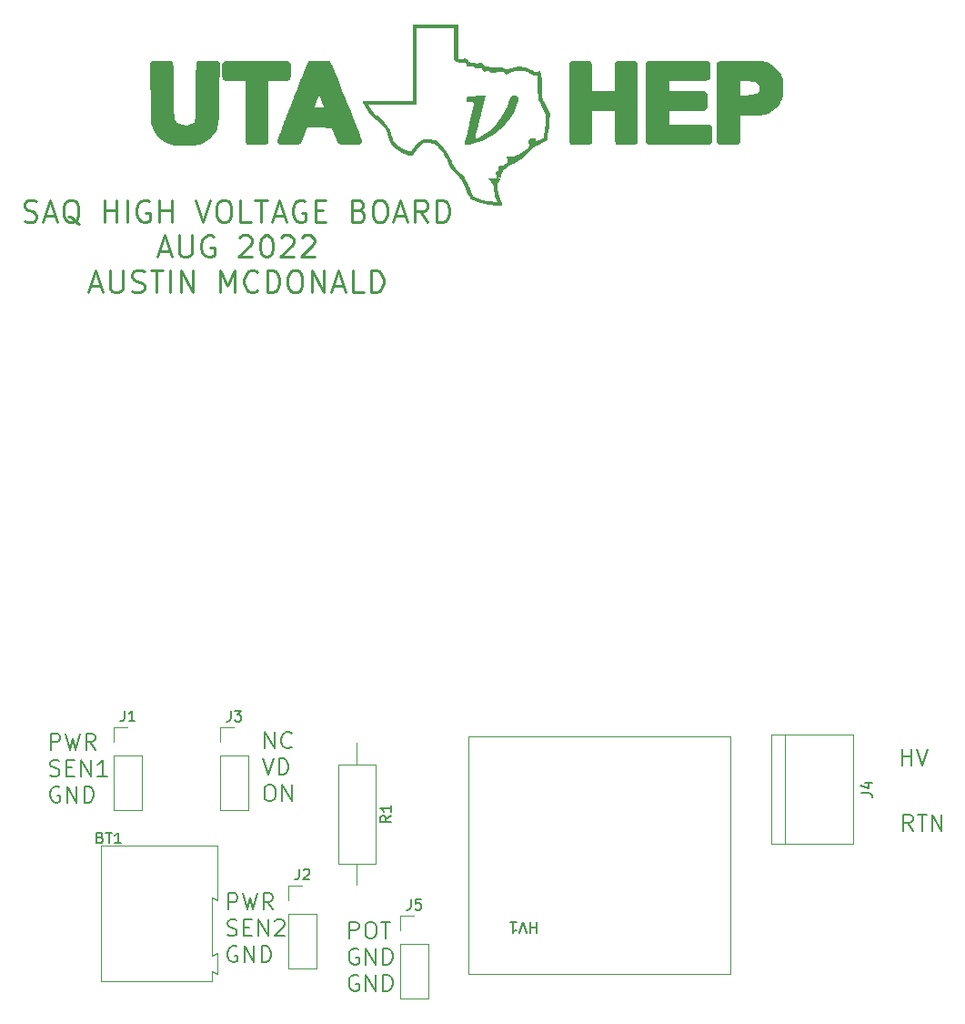
<source format=gbr>
%TF.GenerationSoftware,KiCad,Pcbnew,(6.0.0)*%
%TF.CreationDate,2022-09-01T11:05:02-05:00*%
%TF.ProjectId,SAQ-HV,5341512d-4856-42e6-9b69-6361645f7063,rev?*%
%TF.SameCoordinates,Original*%
%TF.FileFunction,Legend,Top*%
%TF.FilePolarity,Positive*%
%FSLAX46Y46*%
G04 Gerber Fmt 4.6, Leading zero omitted, Abs format (unit mm)*
G04 Created by KiCad (PCBNEW (6.0.0)) date 2022-09-01 11:05:02*
%MOMM*%
%LPD*%
G01*
G04 APERTURE LIST*
%ADD10C,0.150000*%
%ADD11C,0.254000*%
%ADD12C,0.120000*%
G04 APERTURE END LIST*
D10*
X25860357Y-84468788D02*
X25860357Y-82944788D01*
X26440928Y-82944788D01*
X26586071Y-83017360D01*
X26658642Y-83089931D01*
X26731214Y-83235074D01*
X26731214Y-83452788D01*
X26658642Y-83597931D01*
X26586071Y-83670502D01*
X26440928Y-83743074D01*
X25860357Y-83743074D01*
X27239214Y-82944788D02*
X27602071Y-84468788D01*
X27892357Y-83380217D01*
X28182642Y-84468788D01*
X28545500Y-82944788D01*
X29996928Y-84468788D02*
X29488928Y-83743074D01*
X29126071Y-84468788D02*
X29126071Y-82944788D01*
X29706642Y-82944788D01*
X29851785Y-83017360D01*
X29924357Y-83089931D01*
X29996928Y-83235074D01*
X29996928Y-83452788D01*
X29924357Y-83597931D01*
X29851785Y-83670502D01*
X29706642Y-83743074D01*
X29126071Y-83743074D01*
X25787785Y-86849857D02*
X26005500Y-86922428D01*
X26368357Y-86922428D01*
X26513500Y-86849857D01*
X26586071Y-86777285D01*
X26658642Y-86632142D01*
X26658642Y-86487000D01*
X26586071Y-86341857D01*
X26513500Y-86269285D01*
X26368357Y-86196714D01*
X26078071Y-86124142D01*
X25932928Y-86051571D01*
X25860357Y-85979000D01*
X25787785Y-85833857D01*
X25787785Y-85688714D01*
X25860357Y-85543571D01*
X25932928Y-85471000D01*
X26078071Y-85398428D01*
X26440928Y-85398428D01*
X26658642Y-85471000D01*
X27311785Y-86124142D02*
X27819785Y-86124142D01*
X28037500Y-86922428D02*
X27311785Y-86922428D01*
X27311785Y-85398428D01*
X28037500Y-85398428D01*
X28690642Y-86922428D02*
X28690642Y-85398428D01*
X29561500Y-86922428D01*
X29561500Y-85398428D01*
X30214642Y-85543571D02*
X30287214Y-85471000D01*
X30432357Y-85398428D01*
X30795214Y-85398428D01*
X30940357Y-85471000D01*
X31012928Y-85543571D01*
X31085500Y-85688714D01*
X31085500Y-85833857D01*
X31012928Y-86051571D01*
X30142071Y-86922428D01*
X31085500Y-86922428D01*
X26658642Y-87924640D02*
X26513500Y-87852068D01*
X26295785Y-87852068D01*
X26078071Y-87924640D01*
X25932928Y-88069782D01*
X25860357Y-88214925D01*
X25787785Y-88505211D01*
X25787785Y-88722925D01*
X25860357Y-89013211D01*
X25932928Y-89158354D01*
X26078071Y-89303497D01*
X26295785Y-89376068D01*
X26440928Y-89376068D01*
X26658642Y-89303497D01*
X26731214Y-89230925D01*
X26731214Y-88722925D01*
X26440928Y-88722925D01*
X27384357Y-89376068D02*
X27384357Y-87852068D01*
X28255214Y-89376068D01*
X28255214Y-87852068D01*
X28980928Y-89376068D02*
X28980928Y-87852068D01*
X29343785Y-87852068D01*
X29561500Y-87924640D01*
X29706642Y-88069782D01*
X29779214Y-88214925D01*
X29851785Y-88505211D01*
X29851785Y-88722925D01*
X29779214Y-89013211D01*
X29706642Y-89158354D01*
X29561500Y-89303497D01*
X29343785Y-89376068D01*
X28980928Y-89376068D01*
D11*
X6882190Y-20410956D02*
X7172476Y-20507718D01*
X7656285Y-20507718D01*
X7849809Y-20410956D01*
X7946571Y-20314194D01*
X8043333Y-20120670D01*
X8043333Y-19927146D01*
X7946571Y-19733622D01*
X7849809Y-19636860D01*
X7656285Y-19540099D01*
X7269238Y-19443337D01*
X7075714Y-19346575D01*
X6978952Y-19249813D01*
X6882190Y-19056289D01*
X6882190Y-18862765D01*
X6978952Y-18669241D01*
X7075714Y-18572480D01*
X7269238Y-18475718D01*
X7753047Y-18475718D01*
X8043333Y-18572480D01*
X8817428Y-19927146D02*
X9785047Y-19927146D01*
X8623904Y-20507718D02*
X9301238Y-18475718D01*
X9978571Y-20507718D01*
X12010571Y-20701241D02*
X11817047Y-20604480D01*
X11623523Y-20410956D01*
X11333238Y-20120670D01*
X11139714Y-20023908D01*
X10946190Y-20023908D01*
X11042952Y-20507718D02*
X10849428Y-20410956D01*
X10655904Y-20217432D01*
X10559142Y-19830384D01*
X10559142Y-19153051D01*
X10655904Y-18766003D01*
X10849428Y-18572480D01*
X11042952Y-18475718D01*
X11430000Y-18475718D01*
X11623523Y-18572480D01*
X11817047Y-18766003D01*
X11913809Y-19153051D01*
X11913809Y-19830384D01*
X11817047Y-20217432D01*
X11623523Y-20410956D01*
X11430000Y-20507718D01*
X11042952Y-20507718D01*
X14332857Y-20507718D02*
X14332857Y-18475718D01*
X14332857Y-19443337D02*
X15494000Y-19443337D01*
X15494000Y-20507718D02*
X15494000Y-18475718D01*
X16461619Y-20507718D02*
X16461619Y-18475718D01*
X18493619Y-18572480D02*
X18300095Y-18475718D01*
X18009809Y-18475718D01*
X17719523Y-18572480D01*
X17526000Y-18766003D01*
X17429238Y-18959527D01*
X17332476Y-19346575D01*
X17332476Y-19636860D01*
X17429238Y-20023908D01*
X17526000Y-20217432D01*
X17719523Y-20410956D01*
X18009809Y-20507718D01*
X18203333Y-20507718D01*
X18493619Y-20410956D01*
X18590380Y-20314194D01*
X18590380Y-19636860D01*
X18203333Y-19636860D01*
X19461238Y-20507718D02*
X19461238Y-18475718D01*
X19461238Y-19443337D02*
X20622380Y-19443337D01*
X20622380Y-20507718D02*
X20622380Y-18475718D01*
X22847904Y-18475718D02*
X23525238Y-20507718D01*
X24202571Y-18475718D01*
X25266952Y-18475718D02*
X25654000Y-18475718D01*
X25847523Y-18572480D01*
X26041047Y-18766003D01*
X26137809Y-19153051D01*
X26137809Y-19830384D01*
X26041047Y-20217432D01*
X25847523Y-20410956D01*
X25654000Y-20507718D01*
X25266952Y-20507718D01*
X25073428Y-20410956D01*
X24879904Y-20217432D01*
X24783142Y-19830384D01*
X24783142Y-19153051D01*
X24879904Y-18766003D01*
X25073428Y-18572480D01*
X25266952Y-18475718D01*
X27976285Y-20507718D02*
X27008666Y-20507718D01*
X27008666Y-18475718D01*
X28363333Y-18475718D02*
X29524476Y-18475718D01*
X28943904Y-20507718D02*
X28943904Y-18475718D01*
X30105047Y-19927146D02*
X31072666Y-19927146D01*
X29911523Y-20507718D02*
X30588857Y-18475718D01*
X31266190Y-20507718D01*
X33007904Y-18572480D02*
X32814380Y-18475718D01*
X32524095Y-18475718D01*
X32233809Y-18572480D01*
X32040285Y-18766003D01*
X31943523Y-18959527D01*
X31846761Y-19346575D01*
X31846761Y-19636860D01*
X31943523Y-20023908D01*
X32040285Y-20217432D01*
X32233809Y-20410956D01*
X32524095Y-20507718D01*
X32717619Y-20507718D01*
X33007904Y-20410956D01*
X33104666Y-20314194D01*
X33104666Y-19636860D01*
X32717619Y-19636860D01*
X33975523Y-19443337D02*
X34652857Y-19443337D01*
X34943142Y-20507718D02*
X33975523Y-20507718D01*
X33975523Y-18475718D01*
X34943142Y-18475718D01*
X38039523Y-19443337D02*
X38329809Y-19540099D01*
X38426571Y-19636860D01*
X38523333Y-19830384D01*
X38523333Y-20120670D01*
X38426571Y-20314194D01*
X38329809Y-20410956D01*
X38136285Y-20507718D01*
X37362190Y-20507718D01*
X37362190Y-18475718D01*
X38039523Y-18475718D01*
X38233047Y-18572480D01*
X38329809Y-18669241D01*
X38426571Y-18862765D01*
X38426571Y-19056289D01*
X38329809Y-19249813D01*
X38233047Y-19346575D01*
X38039523Y-19443337D01*
X37362190Y-19443337D01*
X39781238Y-18475718D02*
X40168285Y-18475718D01*
X40361809Y-18572480D01*
X40555333Y-18766003D01*
X40652095Y-19153051D01*
X40652095Y-19830384D01*
X40555333Y-20217432D01*
X40361809Y-20410956D01*
X40168285Y-20507718D01*
X39781238Y-20507718D01*
X39587714Y-20410956D01*
X39394190Y-20217432D01*
X39297428Y-19830384D01*
X39297428Y-19153051D01*
X39394190Y-18766003D01*
X39587714Y-18572480D01*
X39781238Y-18475718D01*
X41426190Y-19927146D02*
X42393809Y-19927146D01*
X41232666Y-20507718D02*
X41910000Y-18475718D01*
X42587333Y-20507718D01*
X44425809Y-20507718D02*
X43748476Y-19540099D01*
X43264666Y-20507718D02*
X43264666Y-18475718D01*
X44038761Y-18475718D01*
X44232285Y-18572480D01*
X44329047Y-18669241D01*
X44425809Y-18862765D01*
X44425809Y-19153051D01*
X44329047Y-19346575D01*
X44232285Y-19443337D01*
X44038761Y-19540099D01*
X43264666Y-19540099D01*
X45296666Y-20507718D02*
X45296666Y-18475718D01*
X45780476Y-18475718D01*
X46070761Y-18572480D01*
X46264285Y-18766003D01*
X46361047Y-18959527D01*
X46457809Y-19346575D01*
X46457809Y-19636860D01*
X46361047Y-20023908D01*
X46264285Y-20217432D01*
X46070761Y-20410956D01*
X45780476Y-20507718D01*
X45296666Y-20507718D01*
X19461238Y-23198666D02*
X20428857Y-23198666D01*
X19267714Y-23779238D02*
X19945047Y-21747238D01*
X20622380Y-23779238D01*
X21299714Y-21747238D02*
X21299714Y-23392190D01*
X21396476Y-23585714D01*
X21493238Y-23682476D01*
X21686761Y-23779238D01*
X22073809Y-23779238D01*
X22267333Y-23682476D01*
X22364095Y-23585714D01*
X22460857Y-23392190D01*
X22460857Y-21747238D01*
X24492857Y-21844000D02*
X24299333Y-21747238D01*
X24009047Y-21747238D01*
X23718761Y-21844000D01*
X23525238Y-22037523D01*
X23428476Y-22231047D01*
X23331714Y-22618095D01*
X23331714Y-22908380D01*
X23428476Y-23295428D01*
X23525238Y-23488952D01*
X23718761Y-23682476D01*
X24009047Y-23779238D01*
X24202571Y-23779238D01*
X24492857Y-23682476D01*
X24589619Y-23585714D01*
X24589619Y-22908380D01*
X24202571Y-22908380D01*
X26911904Y-21940761D02*
X27008666Y-21844000D01*
X27202190Y-21747238D01*
X27686000Y-21747238D01*
X27879523Y-21844000D01*
X27976285Y-21940761D01*
X28073047Y-22134285D01*
X28073047Y-22327809D01*
X27976285Y-22618095D01*
X26815142Y-23779238D01*
X28073047Y-23779238D01*
X29330952Y-21747238D02*
X29524476Y-21747238D01*
X29718000Y-21844000D01*
X29814761Y-21940761D01*
X29911523Y-22134285D01*
X30008285Y-22521333D01*
X30008285Y-23005142D01*
X29911523Y-23392190D01*
X29814761Y-23585714D01*
X29718000Y-23682476D01*
X29524476Y-23779238D01*
X29330952Y-23779238D01*
X29137428Y-23682476D01*
X29040666Y-23585714D01*
X28943904Y-23392190D01*
X28847142Y-23005142D01*
X28847142Y-22521333D01*
X28943904Y-22134285D01*
X29040666Y-21940761D01*
X29137428Y-21844000D01*
X29330952Y-21747238D01*
X30782380Y-21940761D02*
X30879142Y-21844000D01*
X31072666Y-21747238D01*
X31556476Y-21747238D01*
X31750000Y-21844000D01*
X31846761Y-21940761D01*
X31943523Y-22134285D01*
X31943523Y-22327809D01*
X31846761Y-22618095D01*
X30685619Y-23779238D01*
X31943523Y-23779238D01*
X32717619Y-21940761D02*
X32814380Y-21844000D01*
X33007904Y-21747238D01*
X33491714Y-21747238D01*
X33685238Y-21844000D01*
X33782000Y-21940761D01*
X33878761Y-22134285D01*
X33878761Y-22327809D01*
X33782000Y-22618095D01*
X32620857Y-23779238D01*
X33878761Y-23779238D01*
X13026571Y-26470186D02*
X13994190Y-26470186D01*
X12833047Y-27050758D02*
X13510380Y-25018758D01*
X14187714Y-27050758D01*
X14865047Y-25018758D02*
X14865047Y-26663710D01*
X14961809Y-26857234D01*
X15058571Y-26953996D01*
X15252095Y-27050758D01*
X15639142Y-27050758D01*
X15832666Y-26953996D01*
X15929428Y-26857234D01*
X16026190Y-26663710D01*
X16026190Y-25018758D01*
X16897047Y-26953996D02*
X17187333Y-27050758D01*
X17671142Y-27050758D01*
X17864666Y-26953996D01*
X17961428Y-26857234D01*
X18058190Y-26663710D01*
X18058190Y-26470186D01*
X17961428Y-26276662D01*
X17864666Y-26179900D01*
X17671142Y-26083139D01*
X17284095Y-25986377D01*
X17090571Y-25889615D01*
X16993809Y-25792853D01*
X16897047Y-25599329D01*
X16897047Y-25405805D01*
X16993809Y-25212281D01*
X17090571Y-25115520D01*
X17284095Y-25018758D01*
X17767904Y-25018758D01*
X18058190Y-25115520D01*
X18638761Y-25018758D02*
X19799904Y-25018758D01*
X19219333Y-27050758D02*
X19219333Y-25018758D01*
X20477238Y-27050758D02*
X20477238Y-25018758D01*
X21444857Y-27050758D02*
X21444857Y-25018758D01*
X22606000Y-27050758D01*
X22606000Y-25018758D01*
X25121809Y-27050758D02*
X25121809Y-25018758D01*
X25799142Y-26470186D01*
X26476476Y-25018758D01*
X26476476Y-27050758D01*
X28605238Y-26857234D02*
X28508476Y-26953996D01*
X28218190Y-27050758D01*
X28024666Y-27050758D01*
X27734380Y-26953996D01*
X27540857Y-26760472D01*
X27444095Y-26566948D01*
X27347333Y-26179900D01*
X27347333Y-25889615D01*
X27444095Y-25502567D01*
X27540857Y-25309043D01*
X27734380Y-25115520D01*
X28024666Y-25018758D01*
X28218190Y-25018758D01*
X28508476Y-25115520D01*
X28605238Y-25212281D01*
X29476095Y-27050758D02*
X29476095Y-25018758D01*
X29959904Y-25018758D01*
X30250190Y-25115520D01*
X30443714Y-25309043D01*
X30540476Y-25502567D01*
X30637238Y-25889615D01*
X30637238Y-26179900D01*
X30540476Y-26566948D01*
X30443714Y-26760472D01*
X30250190Y-26953996D01*
X29959904Y-27050758D01*
X29476095Y-27050758D01*
X31895142Y-25018758D02*
X32282190Y-25018758D01*
X32475714Y-25115520D01*
X32669238Y-25309043D01*
X32765999Y-25696091D01*
X32765999Y-26373424D01*
X32669238Y-26760472D01*
X32475714Y-26953996D01*
X32282190Y-27050758D01*
X31895142Y-27050758D01*
X31701619Y-26953996D01*
X31508095Y-26760472D01*
X31411333Y-26373424D01*
X31411333Y-25696091D01*
X31508095Y-25309043D01*
X31701619Y-25115520D01*
X31895142Y-25018758D01*
X33636857Y-27050758D02*
X33636857Y-25018758D01*
X34798000Y-27050758D01*
X34798000Y-25018758D01*
X35668857Y-26470186D02*
X36636476Y-26470186D01*
X35475333Y-27050758D02*
X36152666Y-25018758D01*
X36830000Y-27050758D01*
X38474952Y-27050758D02*
X37507333Y-27050758D01*
X37507333Y-25018758D01*
X39152285Y-27050758D02*
X39152285Y-25018758D01*
X39636095Y-25018758D01*
X39926380Y-25115520D01*
X40119904Y-25309043D01*
X40216666Y-25502567D01*
X40313428Y-25889615D01*
X40313428Y-26179900D01*
X40216666Y-26566948D01*
X40119904Y-26760472D01*
X39926380Y-26953996D01*
X39636095Y-27050758D01*
X39152285Y-27050758D01*
D10*
X88598357Y-71047428D02*
X88598357Y-69523428D01*
X88598357Y-70249142D02*
X89469214Y-70249142D01*
X89469214Y-71047428D02*
X89469214Y-69523428D01*
X89977214Y-69523428D02*
X90485214Y-71047428D01*
X90993214Y-69523428D01*
X9350357Y-69609788D02*
X9350357Y-68085788D01*
X9930928Y-68085788D01*
X10076071Y-68158360D01*
X10148642Y-68230931D01*
X10221214Y-68376074D01*
X10221214Y-68593788D01*
X10148642Y-68738931D01*
X10076071Y-68811502D01*
X9930928Y-68884074D01*
X9350357Y-68884074D01*
X10729214Y-68085788D02*
X11092071Y-69609788D01*
X11382357Y-68521217D01*
X11672642Y-69609788D01*
X12035500Y-68085788D01*
X13486928Y-69609788D02*
X12978928Y-68884074D01*
X12616071Y-69609788D02*
X12616071Y-68085788D01*
X13196642Y-68085788D01*
X13341785Y-68158360D01*
X13414357Y-68230931D01*
X13486928Y-68376074D01*
X13486928Y-68593788D01*
X13414357Y-68738931D01*
X13341785Y-68811502D01*
X13196642Y-68884074D01*
X12616071Y-68884074D01*
X9277785Y-71990857D02*
X9495500Y-72063428D01*
X9858357Y-72063428D01*
X10003500Y-71990857D01*
X10076071Y-71918285D01*
X10148642Y-71773142D01*
X10148642Y-71628000D01*
X10076071Y-71482857D01*
X10003500Y-71410285D01*
X9858357Y-71337714D01*
X9568071Y-71265142D01*
X9422928Y-71192571D01*
X9350357Y-71120000D01*
X9277785Y-70974857D01*
X9277785Y-70829714D01*
X9350357Y-70684571D01*
X9422928Y-70612000D01*
X9568071Y-70539428D01*
X9930928Y-70539428D01*
X10148642Y-70612000D01*
X10801785Y-71265142D02*
X11309785Y-71265142D01*
X11527500Y-72063428D02*
X10801785Y-72063428D01*
X10801785Y-70539428D01*
X11527500Y-70539428D01*
X12180642Y-72063428D02*
X12180642Y-70539428D01*
X13051500Y-72063428D01*
X13051500Y-70539428D01*
X14575500Y-72063428D02*
X13704642Y-72063428D01*
X14140071Y-72063428D02*
X14140071Y-70539428D01*
X13994928Y-70757142D01*
X13849785Y-70902285D01*
X13704642Y-70974857D01*
X10148642Y-73065640D02*
X10003500Y-72993068D01*
X9785785Y-72993068D01*
X9568071Y-73065640D01*
X9422928Y-73210782D01*
X9350357Y-73355925D01*
X9277785Y-73646211D01*
X9277785Y-73863925D01*
X9350357Y-74154211D01*
X9422928Y-74299354D01*
X9568071Y-74444497D01*
X9785785Y-74517068D01*
X9930928Y-74517068D01*
X10148642Y-74444497D01*
X10221214Y-74371925D01*
X10221214Y-73863925D01*
X9930928Y-73863925D01*
X10874357Y-74517068D02*
X10874357Y-72993068D01*
X11745214Y-74517068D01*
X11745214Y-72993068D01*
X12470928Y-74517068D02*
X12470928Y-72993068D01*
X12833785Y-72993068D01*
X13051500Y-73065640D01*
X13196642Y-73210782D01*
X13269214Y-73355925D01*
X13341785Y-73646211D01*
X13341785Y-73863925D01*
X13269214Y-74154211D01*
X13196642Y-74299354D01*
X13051500Y-74444497D01*
X12833785Y-74517068D01*
X12470928Y-74517068D01*
X29289357Y-69482788D02*
X29289357Y-67958788D01*
X30160214Y-69482788D01*
X30160214Y-67958788D01*
X31756785Y-69337645D02*
X31684214Y-69410217D01*
X31466500Y-69482788D01*
X31321357Y-69482788D01*
X31103642Y-69410217D01*
X30958500Y-69265074D01*
X30885928Y-69119931D01*
X30813357Y-68829645D01*
X30813357Y-68611931D01*
X30885928Y-68321645D01*
X30958500Y-68176502D01*
X31103642Y-68031360D01*
X31321357Y-67958788D01*
X31466500Y-67958788D01*
X31684214Y-68031360D01*
X31756785Y-68103931D01*
X29071642Y-70412428D02*
X29579642Y-71936428D01*
X30087642Y-70412428D01*
X30595642Y-71936428D02*
X30595642Y-70412428D01*
X30958500Y-70412428D01*
X31176214Y-70485000D01*
X31321357Y-70630142D01*
X31393928Y-70775285D01*
X31466500Y-71065571D01*
X31466500Y-71283285D01*
X31393928Y-71573571D01*
X31321357Y-71718714D01*
X31176214Y-71863857D01*
X30958500Y-71936428D01*
X30595642Y-71936428D01*
X29579642Y-72866068D02*
X29869928Y-72866068D01*
X30015071Y-72938640D01*
X30160214Y-73083782D01*
X30232785Y-73374068D01*
X30232785Y-73882068D01*
X30160214Y-74172354D01*
X30015071Y-74317497D01*
X29869928Y-74390068D01*
X29579642Y-74390068D01*
X29434500Y-74317497D01*
X29289357Y-74172354D01*
X29216785Y-73882068D01*
X29216785Y-73374068D01*
X29289357Y-73083782D01*
X29434500Y-72938640D01*
X29579642Y-72866068D01*
X30885928Y-74390068D02*
X30885928Y-72866068D01*
X31756785Y-74390068D01*
X31756785Y-72866068D01*
X89596214Y-77143428D02*
X89088214Y-76417714D01*
X88725357Y-77143428D02*
X88725357Y-75619428D01*
X89305928Y-75619428D01*
X89451071Y-75692000D01*
X89523642Y-75764571D01*
X89596214Y-75909714D01*
X89596214Y-76127428D01*
X89523642Y-76272571D01*
X89451071Y-76345142D01*
X89305928Y-76417714D01*
X88725357Y-76417714D01*
X90031642Y-75619428D02*
X90902500Y-75619428D01*
X90467071Y-77143428D02*
X90467071Y-75619428D01*
X91410500Y-77143428D02*
X91410500Y-75619428D01*
X92281357Y-77143428D01*
X92281357Y-75619428D01*
X37163357Y-87135788D02*
X37163357Y-85611788D01*
X37743928Y-85611788D01*
X37889071Y-85684360D01*
X37961642Y-85756931D01*
X38034214Y-85902074D01*
X38034214Y-86119788D01*
X37961642Y-86264931D01*
X37889071Y-86337502D01*
X37743928Y-86410074D01*
X37163357Y-86410074D01*
X38977642Y-85611788D02*
X39267928Y-85611788D01*
X39413071Y-85684360D01*
X39558214Y-85829502D01*
X39630785Y-86119788D01*
X39630785Y-86627788D01*
X39558214Y-86918074D01*
X39413071Y-87063217D01*
X39267928Y-87135788D01*
X38977642Y-87135788D01*
X38832500Y-87063217D01*
X38687357Y-86918074D01*
X38614785Y-86627788D01*
X38614785Y-86119788D01*
X38687357Y-85829502D01*
X38832500Y-85684360D01*
X38977642Y-85611788D01*
X40066214Y-85611788D02*
X40937071Y-85611788D01*
X40501642Y-87135788D02*
X40501642Y-85611788D01*
X37961642Y-88138000D02*
X37816500Y-88065428D01*
X37598785Y-88065428D01*
X37381071Y-88138000D01*
X37235928Y-88283142D01*
X37163357Y-88428285D01*
X37090785Y-88718571D01*
X37090785Y-88936285D01*
X37163357Y-89226571D01*
X37235928Y-89371714D01*
X37381071Y-89516857D01*
X37598785Y-89589428D01*
X37743928Y-89589428D01*
X37961642Y-89516857D01*
X38034214Y-89444285D01*
X38034214Y-88936285D01*
X37743928Y-88936285D01*
X38687357Y-89589428D02*
X38687357Y-88065428D01*
X39558214Y-89589428D01*
X39558214Y-88065428D01*
X40283928Y-89589428D02*
X40283928Y-88065428D01*
X40646785Y-88065428D01*
X40864500Y-88138000D01*
X41009642Y-88283142D01*
X41082214Y-88428285D01*
X41154785Y-88718571D01*
X41154785Y-88936285D01*
X41082214Y-89226571D01*
X41009642Y-89371714D01*
X40864500Y-89516857D01*
X40646785Y-89589428D01*
X40283928Y-89589428D01*
X37961642Y-90591640D02*
X37816500Y-90519068D01*
X37598785Y-90519068D01*
X37381071Y-90591640D01*
X37235928Y-90736782D01*
X37163357Y-90881925D01*
X37090785Y-91172211D01*
X37090785Y-91389925D01*
X37163357Y-91680211D01*
X37235928Y-91825354D01*
X37381071Y-91970497D01*
X37598785Y-92043068D01*
X37743928Y-92043068D01*
X37961642Y-91970497D01*
X38034214Y-91897925D01*
X38034214Y-91389925D01*
X37743928Y-91389925D01*
X38687357Y-92043068D02*
X38687357Y-90519068D01*
X39558214Y-92043068D01*
X39558214Y-90519068D01*
X40283928Y-92043068D02*
X40283928Y-90519068D01*
X40646785Y-90519068D01*
X40864500Y-90591640D01*
X41009642Y-90736782D01*
X41082214Y-90881925D01*
X41154785Y-91172211D01*
X41154785Y-91389925D01*
X41082214Y-91680211D01*
X41009642Y-91825354D01*
X40864500Y-91970497D01*
X40646785Y-92043068D01*
X40283928Y-92043068D01*
%TO.C,J4*%
X84796380Y-73612333D02*
X85510666Y-73612333D01*
X85653523Y-73659952D01*
X85748761Y-73755190D01*
X85796380Y-73898047D01*
X85796380Y-73993285D01*
X85129714Y-72707571D02*
X85796380Y-72707571D01*
X84748761Y-72945666D02*
X85463047Y-73183761D01*
X85463047Y-72564714D01*
%TO.C,J2*%
X32432666Y-80688380D02*
X32432666Y-81402666D01*
X32385047Y-81545523D01*
X32289809Y-81640761D01*
X32146952Y-81688380D01*
X32051714Y-81688380D01*
X32861238Y-80783619D02*
X32908857Y-80736000D01*
X33004095Y-80688380D01*
X33242190Y-80688380D01*
X33337428Y-80736000D01*
X33385047Y-80783619D01*
X33432666Y-80878857D01*
X33432666Y-80974095D01*
X33385047Y-81116952D01*
X32813619Y-81688380D01*
X33432666Y-81688380D01*
%TO.C,R1*%
X41018380Y-75731666D02*
X40542190Y-76065000D01*
X41018380Y-76303095D02*
X40018380Y-76303095D01*
X40018380Y-75922142D01*
X40066000Y-75826904D01*
X40113619Y-75779285D01*
X40208857Y-75731666D01*
X40351714Y-75731666D01*
X40446952Y-75779285D01*
X40494571Y-75826904D01*
X40542190Y-75922142D01*
X40542190Y-76303095D01*
X41018380Y-74779285D02*
X41018380Y-75350714D01*
X41018380Y-75065000D02*
X40018380Y-75065000D01*
X40161238Y-75160238D01*
X40256476Y-75255476D01*
X40304095Y-75350714D01*
%TO.C,HV1*%
X54530476Y-85653619D02*
X54530476Y-86653619D01*
X54530476Y-86177428D02*
X53959047Y-86177428D01*
X53959047Y-85653619D02*
X53959047Y-86653619D01*
X53625714Y-86653619D02*
X53292380Y-85653619D01*
X52959047Y-86653619D01*
X52101904Y-85653619D02*
X52673333Y-85653619D01*
X52387619Y-85653619D02*
X52387619Y-86653619D01*
X52482857Y-86510761D01*
X52578095Y-86415523D01*
X52673333Y-86367904D01*
%TO.C,J3*%
X26082666Y-65971380D02*
X26082666Y-66685666D01*
X26035047Y-66828523D01*
X25939809Y-66923761D01*
X25796952Y-66971380D01*
X25701714Y-66971380D01*
X26463619Y-65971380D02*
X27082666Y-65971380D01*
X26749333Y-66352333D01*
X26892190Y-66352333D01*
X26987428Y-66399952D01*
X27035047Y-66447571D01*
X27082666Y-66542809D01*
X27082666Y-66780904D01*
X27035047Y-66876142D01*
X26987428Y-66923761D01*
X26892190Y-66971380D01*
X26606476Y-66971380D01*
X26511238Y-66923761D01*
X26463619Y-66876142D01*
%TO.C,J5*%
X42846666Y-83497380D02*
X42846666Y-84211666D01*
X42799047Y-84354523D01*
X42703809Y-84449761D01*
X42560952Y-84497380D01*
X42465714Y-84497380D01*
X43799047Y-83497380D02*
X43322857Y-83497380D01*
X43275238Y-83973571D01*
X43322857Y-83925952D01*
X43418095Y-83878333D01*
X43656190Y-83878333D01*
X43751428Y-83925952D01*
X43799047Y-83973571D01*
X43846666Y-84068809D01*
X43846666Y-84306904D01*
X43799047Y-84402142D01*
X43751428Y-84449761D01*
X43656190Y-84497380D01*
X43418095Y-84497380D01*
X43322857Y-84449761D01*
X43275238Y-84402142D01*
%TO.C,J1*%
X16176666Y-65956380D02*
X16176666Y-66670666D01*
X16129047Y-66813523D01*
X16033809Y-66908761D01*
X15890952Y-66956380D01*
X15795714Y-66956380D01*
X17176666Y-66956380D02*
X16605238Y-66956380D01*
X16890952Y-66956380D02*
X16890952Y-65956380D01*
X16795714Y-66099238D01*
X16700476Y-66194476D01*
X16605238Y-66242095D01*
%TO.C,BT1*%
X13931285Y-77774571D02*
X14074142Y-77822190D01*
X14121761Y-77869809D01*
X14169380Y-77965047D01*
X14169380Y-78107904D01*
X14121761Y-78203142D01*
X14074142Y-78250761D01*
X13978904Y-78298380D01*
X13597952Y-78298380D01*
X13597952Y-77298380D01*
X13931285Y-77298380D01*
X14026523Y-77346000D01*
X14074142Y-77393619D01*
X14121761Y-77488857D01*
X14121761Y-77584095D01*
X14074142Y-77679333D01*
X14026523Y-77726952D01*
X13931285Y-77774571D01*
X13597952Y-77774571D01*
X14455095Y-77298380D02*
X15026523Y-77298380D01*
X14740809Y-78298380D02*
X14740809Y-77298380D01*
X15883666Y-78298380D02*
X15312238Y-78298380D01*
X15597952Y-78298380D02*
X15597952Y-77298380D01*
X15502714Y-77441238D01*
X15407476Y-77536476D01*
X15312238Y-77584095D01*
D12*
%TO.C,J4*%
X77724000Y-78359000D02*
X77724000Y-68199000D01*
X76454000Y-78359000D02*
X84074000Y-78359000D01*
X84074000Y-68199000D02*
X76454000Y-68199000D01*
X76454000Y-68199000D02*
X76454000Y-78359000D01*
X84074000Y-78359000D02*
X84074000Y-68199000D01*
%TO.C,J2*%
X31436000Y-82236000D02*
X32766000Y-82236000D01*
X31436000Y-84836000D02*
X34096000Y-84836000D01*
X31436000Y-83566000D02*
X31436000Y-82236000D01*
X31436000Y-84836000D02*
X31436000Y-89976000D01*
X34096000Y-84836000D02*
X34096000Y-89976000D01*
X31436000Y-89976000D02*
X34096000Y-89976000D01*
%TO.C,G\u002A\u002A\u002A*%
G36*
X38429554Y-9390100D02*
G01*
X38424861Y-9363361D01*
X38424861Y-9243803D01*
X43065725Y-9243803D01*
X43065725Y-2157752D01*
X47257474Y-2157752D01*
X47257474Y-5285544D01*
X47372609Y-5338003D01*
X47505264Y-5363532D01*
X47639693Y-5326572D01*
X47838117Y-5283128D01*
X48020139Y-5331901D01*
X48196756Y-5476290D01*
X48224174Y-5507237D01*
X48337359Y-5625980D01*
X48437240Y-5683390D01*
X48566306Y-5700888D01*
X48609609Y-5701542D01*
X48760177Y-5711149D01*
X48873383Y-5734301D01*
X48895944Y-5744501D01*
X48983005Y-5760581D01*
X49122683Y-5750655D01*
X49180976Y-5740102D01*
X49417562Y-5727013D01*
X49603933Y-5797241D01*
X49734902Y-5948686D01*
X49744707Y-5968123D01*
X49804212Y-6060812D01*
X49856585Y-6064349D01*
X49867420Y-6054996D01*
X49985240Y-6004045D01*
X50147267Y-6029795D01*
X50283256Y-6095948D01*
X50396332Y-6148074D01*
X50474654Y-6154192D01*
X50482863Y-6148900D01*
X50561975Y-6120704D01*
X50710724Y-6104067D01*
X50899576Y-6099347D01*
X51098995Y-6106905D01*
X51279446Y-6127100D01*
X51338375Y-6138495D01*
X51495846Y-6189222D01*
X51624637Y-6255813D01*
X51648987Y-6274791D01*
X51742114Y-6332847D01*
X51847876Y-6322547D01*
X51884589Y-6309477D01*
X52193019Y-6208226D01*
X52525808Y-6127062D01*
X52834367Y-6077229D01*
X52920580Y-6069703D01*
X53104593Y-6068522D01*
X53293206Y-6093203D01*
X53519386Y-6149427D01*
X53694058Y-6202975D01*
X53913553Y-6278653D01*
X54110482Y-6356048D01*
X54256055Y-6423412D01*
X54303305Y-6451574D01*
X54417295Y-6512304D01*
X54549285Y-6527465D01*
X54672532Y-6515783D01*
X54784020Y-6502914D01*
X54870482Y-6505801D01*
X54935099Y-6535256D01*
X54981050Y-6602091D01*
X55011516Y-6717121D01*
X55029679Y-6891158D01*
X55038718Y-7135015D01*
X55041814Y-7459505D01*
X55042150Y-7772377D01*
X55042150Y-8876768D01*
X55190647Y-9150939D01*
X55288907Y-9348286D01*
X55393788Y-9583298D01*
X55467922Y-9767239D01*
X55551110Y-9962343D01*
X55643657Y-10140424D01*
X55722592Y-10258983D01*
X55810454Y-10394958D01*
X55826580Y-10527518D01*
X55821738Y-10562252D01*
X55807907Y-10675271D01*
X55791598Y-10859638D01*
X55775129Y-11087012D01*
X55764283Y-11264825D01*
X55744143Y-11535570D01*
X55715203Y-11813029D01*
X55682124Y-12055803D01*
X55663151Y-12163057D01*
X55624743Y-12373006D01*
X55594244Y-12575000D01*
X55579422Y-12711976D01*
X55571204Y-12797671D01*
X55549859Y-12863620D01*
X55500339Y-12923362D01*
X55407594Y-12990437D01*
X55256576Y-13078385D01*
X55042150Y-13195377D01*
X54814207Y-13317823D01*
X54597796Y-13432290D01*
X54419631Y-13524748D01*
X54318574Y-13575381D01*
X54180995Y-13664274D01*
X54019569Y-13800981D01*
X53883575Y-13940310D01*
X53728322Y-14115076D01*
X53598450Y-14252357D01*
X53471702Y-14372194D01*
X53325823Y-14494625D01*
X53138558Y-14639691D01*
X52949438Y-14781451D01*
X52717205Y-14948286D01*
X52544245Y-15056791D01*
X52415569Y-15115311D01*
X52319301Y-15132212D01*
X52187987Y-15154406D01*
X52097945Y-15207065D01*
X52013596Y-15270447D01*
X51968231Y-15281917D01*
X51895656Y-15320150D01*
X51815262Y-15412224D01*
X51814436Y-15413480D01*
X51706860Y-15525066D01*
X51566199Y-15612711D01*
X51561765Y-15614597D01*
X51459682Y-15669728D01*
X51418749Y-15717670D01*
X51420661Y-15725192D01*
X51413844Y-15791937D01*
X51374358Y-15860911D01*
X51321861Y-15979172D01*
X51301104Y-16113635D01*
X51269478Y-16300612D01*
X51190670Y-16515927D01*
X51084042Y-16713539D01*
X51007172Y-16812593D01*
X50961626Y-16866664D01*
X50934284Y-16927433D01*
X50923247Y-17016271D01*
X50926611Y-17154548D01*
X50942477Y-17363635D01*
X50950217Y-17452780D01*
X50978233Y-17720521D01*
X51013432Y-17924219D01*
X51064687Y-18099622D01*
X51140872Y-18282475D01*
X51173175Y-18350916D01*
X51256756Y-18540175D01*
X51318896Y-18710391D01*
X51348412Y-18830151D01*
X51349419Y-18845995D01*
X51349419Y-18974648D01*
X50887827Y-18968090D01*
X50631917Y-18960460D01*
X50366552Y-18946097D01*
X50140469Y-18927776D01*
X50097166Y-18923063D01*
X49730508Y-18863106D01*
X49368161Y-18772867D01*
X49030710Y-18659855D01*
X48738738Y-18531580D01*
X48512828Y-18395551D01*
X48413148Y-18308672D01*
X48361102Y-18228887D01*
X48278949Y-18074267D01*
X48175149Y-17862025D01*
X48058164Y-17609375D01*
X47955584Y-17377792D01*
X47827612Y-17084246D01*
X47728009Y-16864293D01*
X47645434Y-16699966D01*
X47568543Y-16573296D01*
X47485996Y-16466314D01*
X47386448Y-16361051D01*
X47258558Y-16239540D01*
X47206701Y-16191422D01*
X46915373Y-15906522D01*
X46693441Y-15651373D01*
X46524985Y-15403940D01*
X46394082Y-15142189D01*
X46330313Y-14978541D01*
X46252061Y-14776650D01*
X46164945Y-14592347D01*
X46056933Y-14406258D01*
X45915995Y-14199010D01*
X45730098Y-13951230D01*
X45550342Y-13722629D01*
X45392886Y-13528483D01*
X45275228Y-13397409D01*
X45177206Y-13312697D01*
X45078653Y-13257637D01*
X44959406Y-13215521D01*
X44926715Y-13205845D01*
X44576881Y-13146580D01*
X44299957Y-13145369D01*
X44114470Y-13158500D01*
X43992292Y-13183365D01*
X43897073Y-13237036D01*
X43792462Y-13336584D01*
X43714974Y-13420098D01*
X43568721Y-13592323D01*
X43404471Y-13805599D01*
X43256152Y-14015743D01*
X43247139Y-14029352D01*
X43132388Y-14190997D01*
X43029362Y-14313977D01*
X42955225Y-14378543D01*
X42939188Y-14383685D01*
X42848647Y-14363661D01*
X42691909Y-14310131D01*
X42492690Y-14232910D01*
X42274705Y-14141811D01*
X42061670Y-14046649D01*
X41877299Y-13957238D01*
X41776936Y-13902708D01*
X41560417Y-13755127D01*
X41336885Y-13568666D01*
X41136064Y-13370660D01*
X40987674Y-13188445D01*
X40968885Y-13159529D01*
X40906755Y-13030056D01*
X40837767Y-12842311D01*
X40776255Y-12635552D01*
X40773035Y-12623085D01*
X40651055Y-12242434D01*
X40492156Y-11893133D01*
X40309796Y-11602494D01*
X40213177Y-11486808D01*
X40098645Y-11377418D01*
X39931598Y-11233141D01*
X39740171Y-11077880D01*
X39647454Y-11006144D01*
X39464269Y-10863144D01*
X39301112Y-10729020D01*
X39181586Y-10623492D01*
X39142792Y-10584554D01*
X39045455Y-10460375D01*
X38926374Y-10286305D01*
X38797684Y-10082989D01*
X38671522Y-9871067D01*
X38560023Y-9671184D01*
X38533115Y-9618067D01*
X38923889Y-9618067D01*
X39170053Y-10002264D01*
X39408989Y-10325305D01*
X39675115Y-10582025D01*
X39731199Y-10626036D01*
X40139871Y-10959237D01*
X40464540Y-11277934D01*
X40716392Y-11597622D01*
X40906611Y-11933798D01*
X41046383Y-12301957D01*
X41108125Y-12533592D01*
X41162738Y-12739475D01*
X41226577Y-12892624D01*
X41321285Y-13033381D01*
X41464299Y-13197523D01*
X41637429Y-13368878D01*
X41819391Y-13507335D01*
X42044769Y-13637310D01*
X42187874Y-13708343D01*
X42440262Y-13828543D01*
X42619284Y-13907910D01*
X42741799Y-13948281D01*
X42824666Y-13951490D01*
X42884743Y-13919372D01*
X42938889Y-13853761D01*
X42978639Y-13794399D01*
X43191395Y-13498394D01*
X43409779Y-13240287D01*
X43618878Y-13035747D01*
X43803778Y-12900446D01*
X43853466Y-12875182D01*
X44084749Y-12811447D01*
X44372722Y-12788909D01*
X44683853Y-12806093D01*
X44984613Y-12861523D01*
X45199851Y-12934425D01*
X45313541Y-12990661D01*
X45416962Y-13060882D01*
X45525469Y-13159940D01*
X45654415Y-13302685D01*
X45819156Y-13503970D01*
X45918160Y-13629184D01*
X46174143Y-13969586D01*
X46373559Y-14272323D01*
X46533514Y-14567060D01*
X46671113Y-14883461D01*
X46727247Y-15032408D01*
X46837318Y-15246731D01*
X47018619Y-15494788D01*
X47256692Y-15759146D01*
X47537079Y-16022371D01*
X47575644Y-16055395D01*
X47681844Y-16147922D01*
X47767114Y-16233143D01*
X47841327Y-16327366D01*
X47914358Y-16446896D01*
X47996082Y-16608043D01*
X48096372Y-16827112D01*
X48225103Y-17120411D01*
X48236793Y-17147263D01*
X48356278Y-17418959D01*
X48465002Y-17660859D01*
X48555712Y-17857245D01*
X48621154Y-17992400D01*
X48653151Y-18049571D01*
X48757450Y-18134130D01*
X48929586Y-18231953D01*
X49141249Y-18329552D01*
X49364123Y-18413439D01*
X49503593Y-18454736D01*
X49696654Y-18497430D01*
X49924002Y-18537332D01*
X50165757Y-18572283D01*
X50402039Y-18600125D01*
X50612967Y-18618698D01*
X50778661Y-18625844D01*
X50879241Y-18619403D01*
X50900303Y-18606415D01*
X50881168Y-18554725D01*
X50831348Y-18439056D01*
X50771523Y-18306201D01*
X50692551Y-18095592D01*
X50640602Y-17855522D01*
X50608296Y-17553829D01*
X50588360Y-17323783D01*
X50564398Y-17168287D01*
X50529694Y-17062121D01*
X50477532Y-16980069D01*
X50445694Y-16943336D01*
X50327238Y-16803018D01*
X50211064Y-16648747D01*
X50202335Y-16636160D01*
X50106219Y-16496194D01*
X51066642Y-16496194D01*
X51073492Y-16525860D01*
X51099910Y-16529461D01*
X51140985Y-16511203D01*
X51133178Y-16496194D01*
X51073956Y-16490221D01*
X51066642Y-16496194D01*
X50106219Y-16496194D01*
X50087132Y-16468399D01*
X50451939Y-16486455D01*
X50639783Y-16494200D01*
X50751999Y-16489552D01*
X50812627Y-16465385D01*
X50845705Y-16414573D01*
X50863646Y-16364393D01*
X50865302Y-16354046D01*
X51020363Y-16354046D01*
X51025057Y-16379756D01*
X51088855Y-16427754D01*
X51102855Y-16429658D01*
X51148468Y-16391596D01*
X51149812Y-16379756D01*
X51109194Y-16335962D01*
X51072014Y-16329854D01*
X51020363Y-16354046D01*
X50865302Y-16354046D01*
X50880257Y-16260623D01*
X51166965Y-16260623D01*
X51174763Y-16279953D01*
X51219605Y-16327558D01*
X51227609Y-16329854D01*
X51249043Y-16291246D01*
X51249615Y-16279953D01*
X51211253Y-16231968D01*
X51196768Y-16230051D01*
X51166965Y-16260623D01*
X50880257Y-16260623D01*
X50883798Y-16238501D01*
X50833958Y-16139874D01*
X50826073Y-16130936D01*
X50770050Y-16006158D01*
X50799547Y-15877320D01*
X50903683Y-15779126D01*
X50980324Y-15690110D01*
X51000106Y-15556377D01*
X51032658Y-15403738D01*
X51135360Y-15314388D01*
X51315788Y-15282226D01*
X51340799Y-15281917D01*
X51463108Y-15256942D01*
X51518078Y-15204698D01*
X51583227Y-15134502D01*
X51696034Y-15075773D01*
X51832908Y-14991497D01*
X51880682Y-14863459D01*
X51849707Y-14711389D01*
X51799919Y-14536746D01*
X51814402Y-14430253D01*
X51899079Y-14387237D01*
X52059878Y-14403019D01*
X52195208Y-14438722D01*
X52284906Y-14460472D01*
X52368486Y-14461370D01*
X52468909Y-14435137D01*
X52609137Y-14375494D01*
X52812130Y-14276164D01*
X52839033Y-14262667D01*
X53140858Y-14095723D01*
X53386283Y-13920606D01*
X53615219Y-13709236D01*
X53764658Y-13553256D01*
X53852126Y-13449021D01*
X53887971Y-13379501D01*
X53882542Y-13327664D01*
X53864527Y-13298945D01*
X53818393Y-13189857D01*
X53796430Y-13043514D01*
X53796193Y-13031872D01*
X53824344Y-12887864D01*
X53918556Y-12795011D01*
X54088900Y-12747103D01*
X54274383Y-12736927D01*
X54411673Y-12741962D01*
X54471280Y-12764045D01*
X54475107Y-12813647D01*
X54470243Y-12830545D01*
X54474767Y-12918254D01*
X54552435Y-12953826D01*
X54691130Y-12937009D01*
X54878740Y-12867551D01*
X54935235Y-12840233D01*
X55213269Y-12699642D01*
X55276760Y-12356497D01*
X55312726Y-12125215D01*
X55350539Y-11816736D01*
X55387861Y-11453579D01*
X55422350Y-11058261D01*
X55448188Y-10706359D01*
X55435033Y-10513371D01*
X55384080Y-10406948D01*
X55333681Y-10323830D01*
X55259893Y-10171500D01*
X55174033Y-9974319D01*
X55113929Y-9825515D01*
X55022455Y-9608718D01*
X54929766Y-9417796D01*
X54848917Y-9278321D01*
X54808197Y-9226694D01*
X54771567Y-9189070D01*
X54743785Y-9145882D01*
X54723615Y-9083816D01*
X54709822Y-8989559D01*
X54701172Y-8849796D01*
X54696429Y-8651214D01*
X54694358Y-8380500D01*
X54693725Y-8024339D01*
X54693699Y-7992426D01*
X54692837Y-6865804D01*
X54544390Y-6887591D01*
X54360117Y-6867008D01*
X54182602Y-6786019D01*
X53972811Y-6680130D01*
X53734804Y-6584148D01*
X53493138Y-6505354D01*
X53272371Y-6451029D01*
X53097062Y-6428453D01*
X53007503Y-6437628D01*
X52871782Y-6460646D01*
X52771619Y-6448486D01*
X52651914Y-6442314D01*
X52547061Y-6473505D01*
X52404506Y-6528042D01*
X52259669Y-6565776D01*
X52101441Y-6619267D01*
X51954173Y-6702317D01*
X51811315Y-6807937D01*
X51592842Y-6668783D01*
X51407784Y-6575136D01*
X51252224Y-6542448D01*
X51234627Y-6543393D01*
X51108666Y-6535618D01*
X51030119Y-6503407D01*
X50960350Y-6483481D01*
X50876911Y-6547392D01*
X50875193Y-6549284D01*
X50768706Y-6615361D01*
X50618737Y-6648575D01*
X50453678Y-6650957D01*
X50301921Y-6624538D01*
X50191858Y-6571348D01*
X50151776Y-6497544D01*
X50120687Y-6406976D01*
X50034846Y-6392602D01*
X49905397Y-6455654D01*
X49887722Y-6468290D01*
X49752931Y-6532656D01*
X49639527Y-6504677D01*
X49538412Y-6381059D01*
X49512806Y-6332422D01*
X49448132Y-6245099D01*
X49347198Y-6200277D01*
X49186272Y-6190863D01*
X49063656Y-6198204D01*
X48935618Y-6178215D01*
X48828378Y-6128875D01*
X48675505Y-6073897D01*
X48438808Y-6050729D01*
X48384281Y-6050090D01*
X48060425Y-6050090D01*
X48026911Y-5871450D01*
X47981028Y-5730467D01*
X47899102Y-5665650D01*
X47762264Y-5668085D01*
X47654539Y-5695526D01*
X47541364Y-5722902D01*
X47444683Y-5721102D01*
X47330224Y-5683638D01*
X47163711Y-5604022D01*
X47159268Y-5601780D01*
X46858260Y-5449832D01*
X46858260Y-2507065D01*
X43415038Y-2507065D01*
X43415038Y-9592099D01*
X41169463Y-9605083D01*
X38923889Y-9618067D01*
X38533115Y-9618067D01*
X38475321Y-9503980D01*
X38429554Y-9390100D01*
G37*
G36*
X71475523Y-5609673D02*
G01*
X71507733Y-5581413D01*
X71544829Y-5558552D01*
X71596972Y-5540528D01*
X71674323Y-5526778D01*
X71787044Y-5516741D01*
X71945295Y-5509855D01*
X72159236Y-5505557D01*
X72439031Y-5503285D01*
X72794838Y-5502478D01*
X73236820Y-5502573D01*
X73409217Y-5502711D01*
X73974748Y-5504261D01*
X74450745Y-5508457D01*
X74847463Y-5516179D01*
X75175155Y-5528308D01*
X75444075Y-5545723D01*
X75664478Y-5569306D01*
X75846616Y-5599935D01*
X76000745Y-5638492D01*
X76137119Y-5685857D01*
X76265991Y-5742910D01*
X76278521Y-5749015D01*
X76572169Y-5934388D01*
X76861487Y-6190843D01*
X77121163Y-6491892D01*
X77325886Y-6811042D01*
X77361887Y-6882846D01*
X77522896Y-7222782D01*
X77522896Y-8046161D01*
X77522374Y-8351247D01*
X77519029Y-8576415D01*
X77510191Y-8741551D01*
X77493192Y-8866541D01*
X77465362Y-8971270D01*
X77424032Y-9075624D01*
X77368708Y-9194899D01*
X77147546Y-9563416D01*
X76856353Y-9900321D01*
X76515643Y-10187748D01*
X76145932Y-10407832D01*
X75843311Y-10523337D01*
X75657307Y-10558803D01*
X75372674Y-10588132D01*
X74990399Y-10611243D01*
X74566216Y-10626590D01*
X73555706Y-10654559D01*
X73555706Y-11886652D01*
X73557262Y-12305564D01*
X73556559Y-12635409D01*
X73545541Y-12886754D01*
X73516149Y-13070167D01*
X73460329Y-13196213D01*
X73370022Y-13275462D01*
X73237171Y-13318480D01*
X73053721Y-13335836D01*
X72811613Y-13338095D01*
X72502791Y-13335826D01*
X72450874Y-13335748D01*
X72135658Y-13335243D01*
X71904700Y-13332510D01*
X71742452Y-13325719D01*
X71633369Y-13313045D01*
X71561904Y-13292659D01*
X71512511Y-13262733D01*
X71469645Y-13221439D01*
X71468530Y-13220253D01*
X71360028Y-13104758D01*
X71360028Y-10279810D01*
X75074402Y-10279810D01*
X75123453Y-10287801D01*
X75188176Y-10278626D01*
X75188949Y-10261591D01*
X75122161Y-10249679D01*
X75093304Y-10257652D01*
X75074402Y-10279810D01*
X71360028Y-10279810D01*
X71360028Y-10208571D01*
X75518509Y-10208571D01*
X75525359Y-10238237D01*
X75551776Y-10241839D01*
X75592851Y-10223580D01*
X75585044Y-10208571D01*
X75525823Y-10202599D01*
X75518509Y-10208571D01*
X71360028Y-10208571D01*
X71360028Y-10166986D01*
X75701482Y-10166986D01*
X75726433Y-10191937D01*
X75751383Y-10166986D01*
X75726433Y-10142035D01*
X75701482Y-10166986D01*
X71360028Y-10166986D01*
X71360028Y-10067182D01*
X76000892Y-10067182D01*
X76025843Y-10092133D01*
X76050794Y-10067182D01*
X76025843Y-10042232D01*
X76000892Y-10067182D01*
X71360028Y-10067182D01*
X71360028Y-10017281D01*
X76100696Y-10017281D01*
X76125647Y-10042232D01*
X76150598Y-10017281D01*
X76125647Y-9992330D01*
X76100696Y-10017281D01*
X71360028Y-10017281D01*
X71360028Y-9917477D01*
X76250401Y-9917477D01*
X76275352Y-9942428D01*
X76300303Y-9917477D01*
X76275352Y-9892526D01*
X76250401Y-9917477D01*
X71360028Y-9917477D01*
X71360028Y-9889277D01*
X76362440Y-9889277D01*
X76369265Y-9892526D01*
X76414805Y-9857396D01*
X76425057Y-9842625D01*
X76437773Y-9795972D01*
X76430947Y-9792723D01*
X76385408Y-9827853D01*
X76375156Y-9842625D01*
X76362440Y-9889277D01*
X71360028Y-9889277D01*
X71360028Y-9490063D01*
X76761654Y-9490063D01*
X76768480Y-9493312D01*
X76814019Y-9458182D01*
X76824271Y-9443410D01*
X76836987Y-9396758D01*
X76830162Y-9393509D01*
X76784622Y-9428638D01*
X76774370Y-9443410D01*
X76761654Y-9490063D01*
X71360028Y-9490063D01*
X71360028Y-9168951D01*
X76949026Y-9168951D01*
X76973977Y-9193902D01*
X76998928Y-9168951D01*
X76973977Y-9144000D01*
X76949026Y-9168951D01*
X71360028Y-9168951D01*
X71360028Y-9074163D01*
X74301177Y-9074163D01*
X74370178Y-9082038D01*
X74404036Y-9082521D01*
X74494823Y-9077318D01*
X74501572Y-9069147D01*
X76998928Y-9069147D01*
X77023879Y-9094098D01*
X77048829Y-9069147D01*
X77023879Y-9044196D01*
X76998928Y-9069147D01*
X74501572Y-9069147D01*
X74505522Y-9064365D01*
X74491364Y-9059699D01*
X74364802Y-9051939D01*
X74316708Y-9059699D01*
X74301177Y-9074163D01*
X71360028Y-9074163D01*
X71360028Y-9010928D01*
X74869786Y-9010928D01*
X74876636Y-9040595D01*
X74903053Y-9044196D01*
X74944128Y-9025938D01*
X74936321Y-9010928D01*
X74877100Y-9004956D01*
X74869786Y-9010928D01*
X71360028Y-9010928D01*
X71360028Y-8969344D01*
X77048829Y-8969344D01*
X77073780Y-8994294D01*
X77098731Y-8969344D01*
X77073780Y-8944393D01*
X77048829Y-8969344D01*
X71360028Y-8969344D01*
X71360028Y-8819638D01*
X77098731Y-8819638D01*
X77123682Y-8844589D01*
X77148633Y-8819638D01*
X77123682Y-8794687D01*
X77098731Y-8819638D01*
X71360028Y-8819638D01*
X71360028Y-8791438D01*
X75414306Y-8791438D01*
X75421132Y-8794687D01*
X75466671Y-8759558D01*
X75476924Y-8744786D01*
X75489640Y-8698133D01*
X75482814Y-8694884D01*
X75437274Y-8730014D01*
X75427022Y-8744786D01*
X75414306Y-8791438D01*
X71360028Y-8791438D01*
X71360028Y-8760123D01*
X73555706Y-8760123D01*
X74159452Y-8727660D01*
X74484147Y-8704062D01*
X74727841Y-8671248D01*
X74909137Y-8626279D01*
X74984517Y-8597297D01*
X75024694Y-8570129D01*
X75551776Y-8570129D01*
X75576727Y-8595080D01*
X77148633Y-8595080D01*
X77166891Y-8636155D01*
X77181901Y-8628348D01*
X77187873Y-8569126D01*
X77181901Y-8561812D01*
X77152234Y-8568662D01*
X77148633Y-8595080D01*
X75576727Y-8595080D01*
X75601678Y-8570129D01*
X75576727Y-8545179D01*
X75551776Y-8570129D01*
X75024694Y-8570129D01*
X75172288Y-8470326D01*
X75601678Y-8470326D01*
X75626629Y-8495277D01*
X75651580Y-8470326D01*
X75626629Y-8445375D01*
X75601678Y-8470326D01*
X75172288Y-8470326D01*
X75185998Y-8461055D01*
X75279047Y-8320621D01*
X75651580Y-8320621D01*
X75676531Y-8345571D01*
X75701482Y-8320621D01*
X75676531Y-8295670D01*
X75651580Y-8320621D01*
X75279047Y-8320621D01*
X75308469Y-8276215D01*
X75346019Y-8061423D01*
X75342423Y-8046161D01*
X77212126Y-8046161D01*
X77216019Y-8154091D01*
X77225972Y-8183719D01*
X77233752Y-8158440D01*
X77242008Y-8013027D01*
X77233752Y-7933882D01*
X77221412Y-7910234D01*
X77213582Y-7972930D01*
X77212126Y-8046161D01*
X75342423Y-8046161D01*
X75292740Y-7835323D01*
X75272376Y-7796652D01*
X75651580Y-7796652D01*
X75669838Y-7837727D01*
X75684848Y-7829920D01*
X75690820Y-7770698D01*
X75684848Y-7763384D01*
X75655181Y-7770234D01*
X75651580Y-7796652D01*
X75272376Y-7796652D01*
X75251087Y-7756223D01*
X75159574Y-7639660D01*
X75036901Y-7552692D01*
X74886262Y-7497241D01*
X77148633Y-7497241D01*
X77166891Y-7538316D01*
X77181901Y-7530509D01*
X77187873Y-7471288D01*
X77181901Y-7463974D01*
X77152234Y-7470824D01*
X77148633Y-7497241D01*
X74886262Y-7497241D01*
X74867582Y-7490365D01*
X74636131Y-7447729D01*
X74327064Y-7419829D01*
X74173023Y-7411438D01*
X73555706Y-7382270D01*
X73555706Y-8760123D01*
X71360028Y-8760123D01*
X71360028Y-7272683D01*
X75327218Y-7272683D01*
X75422281Y-7384962D01*
X75510758Y-7479253D01*
X75549294Y-7492866D01*
X75551776Y-7480025D01*
X75518124Y-7439271D01*
X75439497Y-7367746D01*
X75327218Y-7272683D01*
X77098731Y-7272683D01*
X77123682Y-7297634D01*
X77148633Y-7272683D01*
X77123682Y-7247733D01*
X77098731Y-7272683D01*
X75327218Y-7272683D01*
X71360028Y-7272683D01*
X71360028Y-7222782D01*
X75202464Y-7222782D01*
X75227415Y-7247733D01*
X75252366Y-7222782D01*
X75227415Y-7197831D01*
X75202464Y-7222782D01*
X71360028Y-7222782D01*
X71360028Y-7172880D01*
X75102660Y-7172880D01*
X75127611Y-7197831D01*
X75152562Y-7172880D01*
X75127611Y-7147929D01*
X75102660Y-7172880D01*
X71360028Y-7172880D01*
X71360028Y-7122978D01*
X74952955Y-7122978D01*
X74977906Y-7147929D01*
X75002857Y-7122978D01*
X77048829Y-7122978D01*
X77073780Y-7147929D01*
X77098731Y-7122978D01*
X77073780Y-7098027D01*
X77048829Y-7122978D01*
X75002857Y-7122978D01*
X74977906Y-7098027D01*
X74952955Y-7122978D01*
X71360028Y-7122978D01*
X71360028Y-7075879D01*
X74314583Y-7075879D01*
X74374562Y-7084148D01*
X74428987Y-7085443D01*
X74531689Y-7081426D01*
X74558196Y-7070118D01*
X74541847Y-7063741D01*
X74422012Y-7054446D01*
X74342240Y-7062734D01*
X74314583Y-7075879D01*
X71360028Y-7075879D01*
X71360028Y-7023175D01*
X76998928Y-7023175D01*
X77023879Y-7048126D01*
X77048829Y-7023175D01*
X77023879Y-6998224D01*
X76998928Y-7023175D01*
X71360028Y-7023175D01*
X71360028Y-6923371D01*
X76949026Y-6923371D01*
X76973977Y-6948322D01*
X76998928Y-6923371D01*
X76973977Y-6898420D01*
X76949026Y-6923371D01*
X71360028Y-6923371D01*
X71360028Y-6823568D01*
X76899124Y-6823568D01*
X76924075Y-6848518D01*
X76949026Y-6823568D01*
X76924075Y-6798617D01*
X76899124Y-6823568D01*
X71360028Y-6823568D01*
X71360028Y-6673862D01*
X76799321Y-6673862D01*
X76824271Y-6698813D01*
X76849222Y-6673862D01*
X76824271Y-6648911D01*
X76799321Y-6673862D01*
X71360028Y-6673862D01*
X71360028Y-6214100D01*
X76358249Y-6214100D01*
X76370390Y-6241987D01*
X76420636Y-6295559D01*
X76449522Y-6284569D01*
X76450008Y-6277593D01*
X76414564Y-6235385D01*
X76392396Y-6219981D01*
X76358249Y-6214100D01*
X71360028Y-6214100D01*
X71360028Y-6124943D01*
X76200499Y-6124943D01*
X76225450Y-6149894D01*
X76250401Y-6124943D01*
X76225450Y-6099992D01*
X76200499Y-6124943D01*
X71360028Y-6124943D01*
X71360028Y-6075041D01*
X76100696Y-6075041D01*
X76125647Y-6099992D01*
X76150598Y-6075041D01*
X76125647Y-6050090D01*
X76100696Y-6075041D01*
X71360028Y-6075041D01*
X71360028Y-6025139D01*
X76000892Y-6025139D01*
X76025843Y-6050090D01*
X76050794Y-6025139D01*
X76025843Y-6000188D01*
X76000892Y-6025139D01*
X71360028Y-6025139D01*
X71360028Y-5975238D01*
X75851187Y-5975238D01*
X75876138Y-6000188D01*
X75901089Y-5975238D01*
X75876138Y-5950287D01*
X75851187Y-5975238D01*
X71360028Y-5975238D01*
X71360028Y-5925336D01*
X75651580Y-5925336D01*
X75676531Y-5950287D01*
X75701482Y-5925336D01*
X75676531Y-5900385D01*
X75651580Y-5925336D01*
X71360028Y-5925336D01*
X71360028Y-5888454D01*
X75224107Y-5888454D01*
X75273158Y-5896445D01*
X75337882Y-5887270D01*
X75338654Y-5870236D01*
X75271866Y-5858323D01*
X75243009Y-5866296D01*
X75224107Y-5888454D01*
X71360028Y-5888454D01*
X71360028Y-5718175D01*
X71475523Y-5609673D01*
G37*
G36*
X57702635Y-5609673D02*
G01*
X57750294Y-5569975D01*
X57806360Y-5541342D01*
X57886818Y-5521974D01*
X58007651Y-5510074D01*
X58184844Y-5503843D01*
X58434380Y-5501483D01*
X58667021Y-5501171D01*
X58969348Y-5499089D01*
X59208744Y-5499740D01*
X59392500Y-5513471D01*
X59527904Y-5550627D01*
X59622249Y-5621556D01*
X59682823Y-5736604D01*
X59716917Y-5906116D01*
X59731821Y-6140440D01*
X59734825Y-6449921D01*
X59733219Y-6844906D01*
X59732916Y-7013915D01*
X59732916Y-8295670D01*
X61828790Y-8295670D01*
X61828790Y-7006922D01*
X61827274Y-6578935D01*
X61827684Y-6240232D01*
X61837453Y-5980445D01*
X61864017Y-5789209D01*
X61914812Y-5656155D01*
X61997272Y-5570916D01*
X62118832Y-5523125D01*
X62286928Y-5502414D01*
X62508994Y-5498418D01*
X62792466Y-5500768D01*
X62908671Y-5501171D01*
X63218822Y-5501712D01*
X63445000Y-5504610D01*
X63603038Y-5511773D01*
X63708764Y-5525111D01*
X63778010Y-5546535D01*
X63826606Y-5577954D01*
X63866064Y-5616666D01*
X63974566Y-5732161D01*
X63974566Y-13118744D01*
X63859071Y-13227246D01*
X63811412Y-13266944D01*
X63755346Y-13295577D01*
X63674888Y-13314945D01*
X63554055Y-13326845D01*
X63376862Y-13333076D01*
X63127326Y-13335436D01*
X62894685Y-13335748D01*
X62606595Y-13338192D01*
X62375285Y-13339002D01*
X62194574Y-13328394D01*
X62058281Y-13296582D01*
X61960226Y-13233784D01*
X61894228Y-13130214D01*
X61854108Y-12976089D01*
X61833685Y-12761625D01*
X61826777Y-12477037D01*
X61827206Y-12112541D01*
X61828789Y-11658354D01*
X61828790Y-11648347D01*
X61828790Y-10191937D01*
X59732916Y-10191937D01*
X59732916Y-13118744D01*
X59617421Y-13227246D01*
X59569762Y-13266944D01*
X59513696Y-13295577D01*
X59433238Y-13314945D01*
X59312405Y-13326845D01*
X59135212Y-13333076D01*
X58885675Y-13335436D01*
X58653035Y-13335748D01*
X58342884Y-13335207D01*
X58116706Y-13332309D01*
X57958668Y-13325146D01*
X57852942Y-13311808D01*
X57783696Y-13290384D01*
X57735100Y-13258965D01*
X57695642Y-13220253D01*
X57587140Y-13104758D01*
X57587140Y-9418460D01*
X57910209Y-9418460D01*
X57910375Y-9956340D01*
X57910860Y-10426299D01*
X57911637Y-10824938D01*
X57912682Y-11148863D01*
X57913968Y-11394677D01*
X57915469Y-11558984D01*
X57917159Y-11638389D01*
X57919014Y-11629494D01*
X57921007Y-11528905D01*
X57923112Y-11333224D01*
X57923953Y-11231070D01*
X57927026Y-10712037D01*
X57928916Y-10124994D01*
X57929622Y-9501728D01*
X57929559Y-9418460D01*
X63648912Y-9418460D01*
X63649078Y-9956340D01*
X63649563Y-10426299D01*
X63650341Y-10824938D01*
X63651385Y-11148863D01*
X63652671Y-11394677D01*
X63654172Y-11558984D01*
X63655863Y-11638389D01*
X63657717Y-11629494D01*
X63659710Y-11528905D01*
X63661815Y-11333224D01*
X63662656Y-11231070D01*
X63665729Y-10712037D01*
X63667619Y-10124994D01*
X63668326Y-9501728D01*
X63667849Y-8874027D01*
X63666188Y-8273676D01*
X63663345Y-7732463D01*
X63662664Y-7638142D01*
X63660525Y-7399829D01*
X63658488Y-7257992D01*
X63656579Y-7209305D01*
X63654822Y-7250442D01*
X63653245Y-7378077D01*
X63651872Y-7588882D01*
X63650729Y-7879531D01*
X63649842Y-8246698D01*
X63649237Y-8687056D01*
X63648939Y-9197278D01*
X63648912Y-9418460D01*
X57929559Y-9418460D01*
X57929145Y-8874027D01*
X57927485Y-8273676D01*
X57924641Y-7732463D01*
X57923961Y-7638142D01*
X57921822Y-7399829D01*
X57919785Y-7257992D01*
X57917875Y-7209305D01*
X57916119Y-7250442D01*
X57914541Y-7378077D01*
X57913168Y-7588882D01*
X57912026Y-7879531D01*
X57911139Y-8246698D01*
X57910534Y-8687056D01*
X57910236Y-9197278D01*
X57910209Y-9418460D01*
X57587140Y-9418460D01*
X57587140Y-5718175D01*
X57702635Y-5609673D01*
G37*
G36*
X26482086Y-7397438D02*
G01*
X26108965Y-7397987D01*
X25823782Y-7393288D01*
X25614761Y-7373821D01*
X25470129Y-7330068D01*
X25378110Y-7252507D01*
X25326930Y-7131621D01*
X25304814Y-6957888D01*
X25299988Y-6721791D01*
X25300696Y-6442311D01*
X25301486Y-6158505D01*
X25305476Y-5956978D01*
X25315098Y-5820206D01*
X25332781Y-5730667D01*
X25360956Y-5670838D01*
X25402054Y-5623198D01*
X25416191Y-5609673D01*
X25531686Y-5501171D01*
X31471118Y-5501171D01*
X31579620Y-5616666D01*
X31622208Y-5668531D01*
X31651942Y-5729961D01*
X31671111Y-5818672D01*
X31682003Y-5952377D01*
X31686909Y-6148790D01*
X31688117Y-6425628D01*
X31688122Y-6456297D01*
X31688652Y-6755499D01*
X31682328Y-6983637D01*
X31657277Y-7150314D01*
X31601628Y-7265134D01*
X31503508Y-7337701D01*
X31351047Y-7377619D01*
X31132371Y-7394491D01*
X30835608Y-7397920D01*
X30524690Y-7397438D01*
X29592248Y-7397438D01*
X29592248Y-13118744D01*
X29476753Y-13227246D01*
X29429094Y-13266944D01*
X29373028Y-13295577D01*
X29292570Y-13314945D01*
X29171737Y-13326845D01*
X28994544Y-13333076D01*
X28745007Y-13335436D01*
X28512367Y-13335748D01*
X28202216Y-13335207D01*
X27976038Y-13332309D01*
X27818000Y-13325146D01*
X27712274Y-13311808D01*
X27643028Y-13290384D01*
X27594432Y-13258965D01*
X27554974Y-13220253D01*
X27446472Y-13104758D01*
X27446472Y-10017281D01*
X27769302Y-10017281D01*
X27769505Y-10505460D01*
X27770093Y-10925451D01*
X27771032Y-11273528D01*
X27772287Y-11545963D01*
X27773826Y-11739027D01*
X27775612Y-11848994D01*
X27777611Y-11872136D01*
X27779790Y-11804725D01*
X27782114Y-11643035D01*
X27783275Y-11530390D01*
X27786631Y-11054525D01*
X27788549Y-10513545D01*
X27789026Y-9942130D01*
X27788063Y-9374959D01*
X27785661Y-8846710D01*
X27783286Y-8536284D01*
X27780910Y-8322553D01*
X27778660Y-8204988D01*
X27776572Y-8179954D01*
X27774679Y-8243813D01*
X27773016Y-8392928D01*
X27771618Y-8623663D01*
X27770519Y-8932382D01*
X27769752Y-9315446D01*
X27769353Y-9769221D01*
X27769302Y-10017281D01*
X27446472Y-10017281D01*
X27446472Y-7397438D01*
X26482086Y-7397438D01*
G37*
G36*
X22579469Y-11325285D02*
G01*
X22640599Y-11281193D01*
X22654579Y-11264825D01*
X23055116Y-11264825D01*
X23080067Y-11289776D01*
X23105018Y-11264825D01*
X23080067Y-11239874D01*
X23055116Y-11264825D01*
X22654579Y-11264825D01*
X22690982Y-11222204D01*
X22731724Y-11140310D01*
X22738915Y-11115120D01*
X23105018Y-11115120D01*
X23129969Y-11140071D01*
X23154920Y-11115120D01*
X23129969Y-11090169D01*
X23105018Y-11115120D01*
X22738915Y-11115120D01*
X22754348Y-11061059D01*
X24606011Y-11061059D01*
X24615185Y-11125783D01*
X24632220Y-11126555D01*
X24644133Y-11059767D01*
X24636160Y-11030910D01*
X24614002Y-11012009D01*
X24606011Y-11061059D01*
X22754348Y-11061059D01*
X22763928Y-11027501D01*
X22788699Y-10875769D01*
X22791958Y-10840660D01*
X23154920Y-10840660D01*
X23173178Y-10881735D01*
X23188188Y-10873928D01*
X23194160Y-10814706D01*
X23188188Y-10807392D01*
X23158521Y-10814242D01*
X23154920Y-10840660D01*
X22791958Y-10840660D01*
X22807141Y-10677106D01*
X22820359Y-10423502D01*
X22821995Y-10366593D01*
X24664557Y-10366593D01*
X24668574Y-10469295D01*
X24679882Y-10495803D01*
X24686259Y-10479454D01*
X24695554Y-10359618D01*
X24687266Y-10279847D01*
X24674121Y-10252190D01*
X24665852Y-10312169D01*
X24664557Y-10366593D01*
X22821995Y-10366593D01*
X22829457Y-10106949D01*
X22835539Y-9719438D01*
X22839710Y-9252960D01*
X22843074Y-8699508D01*
X22845169Y-8321564D01*
X22848482Y-7746753D01*
X22851645Y-7263400D01*
X22855033Y-6863159D01*
X22859017Y-6537686D01*
X22863971Y-6278634D01*
X22870269Y-6077660D01*
X22878281Y-5926418D01*
X22888383Y-5816563D01*
X22900946Y-5739750D01*
X22916344Y-5687634D01*
X22934949Y-5651871D01*
X22957134Y-5624115D01*
X22966147Y-5614393D01*
X23008456Y-5573732D01*
X23057729Y-5544186D01*
X23129411Y-5523982D01*
X23238944Y-5511350D01*
X23401769Y-5504518D01*
X23633330Y-5501715D01*
X23949069Y-5501171D01*
X23953348Y-5501171D01*
X24269555Y-5501588D01*
X24501485Y-5504102D01*
X24664667Y-5510603D01*
X24774628Y-5522984D01*
X24846895Y-5543137D01*
X24896996Y-5572954D01*
X24940457Y-5614327D01*
X24948043Y-5622369D01*
X25061903Y-5743568D01*
X25037743Y-8379442D01*
X25030976Y-9056650D01*
X25023053Y-9642401D01*
X25012590Y-10145040D01*
X24998200Y-10572912D01*
X24978497Y-10934364D01*
X24952096Y-11237741D01*
X24917612Y-11491389D01*
X24873657Y-11703653D01*
X24818848Y-11882879D01*
X24751796Y-12037413D01*
X24671118Y-12175600D01*
X24575427Y-12305787D01*
X24463338Y-12436318D01*
X24342590Y-12565940D01*
X24090971Y-12814164D01*
X23860579Y-12998553D01*
X23619927Y-13140018D01*
X23337528Y-13259472D01*
X23252819Y-13289700D01*
X23123149Y-13330775D01*
X22992696Y-13361215D01*
X22842408Y-13382963D01*
X22653235Y-13397963D01*
X22406129Y-13408158D01*
X22082037Y-13415491D01*
X22007179Y-13416771D01*
X21590863Y-13419919D01*
X21258937Y-13413621D01*
X20996376Y-13397203D01*
X20788152Y-13369993D01*
X20735127Y-13359851D01*
X20273157Y-13217431D01*
X19959329Y-13052972D01*
X21125581Y-13052972D01*
X21132431Y-13082638D01*
X21158849Y-13086239D01*
X21199924Y-13067981D01*
X21192117Y-13052972D01*
X22522831Y-13052972D01*
X22529681Y-13082638D01*
X22556099Y-13086239D01*
X22597173Y-13067981D01*
X22589366Y-13052972D01*
X22530145Y-13046999D01*
X22522831Y-13052972D01*
X21192117Y-13052972D01*
X21132895Y-13046999D01*
X21125581Y-13052972D01*
X19959329Y-13052972D01*
X19879975Y-13011387D01*
X20809537Y-13011387D01*
X20834488Y-13036338D01*
X20859438Y-13011387D01*
X22855509Y-13011387D01*
X22880460Y-13036338D01*
X22905411Y-13011387D01*
X22880460Y-12986436D01*
X22855509Y-13011387D01*
X20859438Y-13011387D01*
X20834488Y-12986436D01*
X20809537Y-13011387D01*
X19879975Y-13011387D01*
X19848323Y-12994800D01*
X19805335Y-12961485D01*
X20609930Y-12961485D01*
X20634881Y-12986436D01*
X20659831Y-12961485D01*
X23055116Y-12961485D01*
X23080067Y-12986436D01*
X23105018Y-12961485D01*
X23080067Y-12936534D01*
X23055116Y-12961485D01*
X20659831Y-12961485D01*
X20634881Y-12936534D01*
X20609930Y-12961485D01*
X19805335Y-12961485D01*
X19740945Y-12911583D01*
X20460224Y-12911583D01*
X20485175Y-12936534D01*
X20510126Y-12911583D01*
X23204822Y-12911583D01*
X23229772Y-12936534D01*
X23254723Y-12911583D01*
X23229772Y-12886632D01*
X23204822Y-12911583D01*
X20510126Y-12911583D01*
X20485175Y-12886632D01*
X20460224Y-12911583D01*
X19740945Y-12911583D01*
X19676556Y-12861682D01*
X23304625Y-12861682D01*
X23329576Y-12886632D01*
X23354527Y-12861682D01*
X23329576Y-12836731D01*
X23304625Y-12861682D01*
X19676556Y-12861682D01*
X19612166Y-12811780D01*
X20210716Y-12811780D01*
X20235666Y-12836731D01*
X20260617Y-12811780D01*
X20235666Y-12786829D01*
X20210716Y-12811780D01*
X19612166Y-12811780D01*
X19483385Y-12711976D01*
X23604036Y-12711976D01*
X23628987Y-12736927D01*
X23653938Y-12711976D01*
X23628987Y-12687025D01*
X23604036Y-12711976D01*
X19483385Y-12711976D01*
X19471924Y-12703094D01*
X19434774Y-12662074D01*
X19961207Y-12662074D01*
X19986158Y-12687025D01*
X20011108Y-12662074D01*
X23703839Y-12662074D01*
X23728790Y-12687025D01*
X23753741Y-12662074D01*
X23728790Y-12637124D01*
X23703839Y-12662074D01*
X20011108Y-12662074D01*
X19986158Y-12637124D01*
X19961207Y-12662074D01*
X19434774Y-12662074D01*
X19289549Y-12501722D01*
X19769644Y-12501722D01*
X19781785Y-12529610D01*
X19832031Y-12583182D01*
X19860917Y-12572192D01*
X19861403Y-12565216D01*
X19837072Y-12536242D01*
X23908738Y-12536242D01*
X23911000Y-12537320D01*
X23958463Y-12504666D01*
X24041517Y-12424822D01*
X24053152Y-12412566D01*
X24124350Y-12330108D01*
X24147664Y-12288889D01*
X24145401Y-12287811D01*
X24097939Y-12320465D01*
X24014885Y-12400309D01*
X24003250Y-12412566D01*
X23932052Y-12495023D01*
X23908738Y-12536242D01*
X19837072Y-12536242D01*
X19825959Y-12523008D01*
X19803791Y-12507604D01*
X19769644Y-12501722D01*
X19289549Y-12501722D01*
X19155262Y-12353448D01*
X19061624Y-12202312D01*
X19470233Y-12202312D01*
X19482375Y-12230199D01*
X19532620Y-12283771D01*
X19561507Y-12272781D01*
X19561993Y-12265805D01*
X19526548Y-12223598D01*
X19504381Y-12208193D01*
X19470233Y-12202312D01*
X19061624Y-12202312D01*
X19006386Y-12113155D01*
X24252759Y-12113155D01*
X24277710Y-12138106D01*
X24302660Y-12113155D01*
X24277710Y-12088204D01*
X24252759Y-12113155D01*
X19006386Y-12113155D01*
X18975469Y-12063253D01*
X19362385Y-12063253D01*
X19387336Y-12088204D01*
X19412287Y-12063253D01*
X19387336Y-12038302D01*
X19362385Y-12063253D01*
X18975469Y-12063253D01*
X18909638Y-11956998D01*
X18893219Y-11913548D01*
X19262582Y-11913548D01*
X19287533Y-11938499D01*
X19312484Y-11913548D01*
X19287533Y-11888597D01*
X19262582Y-11913548D01*
X18893219Y-11913548D01*
X18879282Y-11876666D01*
X21579707Y-11876666D01*
X21628757Y-11884657D01*
X21685135Y-11876666D01*
X22028823Y-11876666D01*
X22077873Y-11884657D01*
X22142597Y-11875483D01*
X22143369Y-11858448D01*
X22076581Y-11846536D01*
X22047724Y-11854508D01*
X22028823Y-11876666D01*
X21685135Y-11876666D01*
X21693481Y-11875483D01*
X21694253Y-11858448D01*
X21627465Y-11846536D01*
X21598608Y-11854508D01*
X21579707Y-11876666D01*
X18879282Y-11876666D01*
X18855506Y-11813744D01*
X19212680Y-11813744D01*
X19237631Y-11838695D01*
X19262582Y-11813744D01*
X21308554Y-11813744D01*
X21333505Y-11838695D01*
X21358456Y-11813744D01*
X22356492Y-11813744D01*
X22381442Y-11838695D01*
X22406393Y-11813744D01*
X22381442Y-11788793D01*
X22356492Y-11813744D01*
X21358456Y-11813744D01*
X21333505Y-11788793D01*
X21308554Y-11813744D01*
X19262582Y-11813744D01*
X19237631Y-11788793D01*
X19212680Y-11813744D01*
X18855506Y-11813744D01*
X18836650Y-11763843D01*
X21158849Y-11763843D01*
X21183800Y-11788793D01*
X21208751Y-11763843D01*
X22506197Y-11763843D01*
X22531148Y-11788793D01*
X22556099Y-11763843D01*
X22531148Y-11738892D01*
X22506197Y-11763843D01*
X21208751Y-11763843D01*
X21183800Y-11738892D01*
X21158849Y-11763843D01*
X18836650Y-11763843D01*
X18817793Y-11713941D01*
X19162778Y-11713941D01*
X19187729Y-11738892D01*
X19212680Y-11713941D01*
X21059046Y-11713941D01*
X21083996Y-11738892D01*
X21108947Y-11713941D01*
X24452366Y-11713941D01*
X24477317Y-11738892D01*
X24502268Y-11713941D01*
X24477317Y-11688990D01*
X24452366Y-11713941D01*
X21108947Y-11713941D01*
X21083996Y-11688990D01*
X21059046Y-11713941D01*
X19212680Y-11713941D01*
X19187729Y-11688990D01*
X19162778Y-11713941D01*
X18817793Y-11713941D01*
X18798936Y-11664039D01*
X22705804Y-11664039D01*
X22730755Y-11688990D01*
X22755706Y-11664039D01*
X22730755Y-11639088D01*
X22705804Y-11664039D01*
X18798936Y-11664039D01*
X18780080Y-11614137D01*
X20909340Y-11614137D01*
X20934291Y-11639088D01*
X20959242Y-11614137D01*
X20934291Y-11589186D01*
X20909340Y-11614137D01*
X18780080Y-11614137D01*
X18761224Y-11564236D01*
X19112877Y-11564236D01*
X19137827Y-11589186D01*
X19162778Y-11564236D01*
X24502268Y-11564236D01*
X24527218Y-11589186D01*
X24552169Y-11564236D01*
X24527218Y-11539285D01*
X24502268Y-11564236D01*
X19162778Y-11564236D01*
X19137827Y-11539285D01*
X19112877Y-11564236D01*
X18761224Y-11564236D01*
X18746352Y-11524879D01*
X18710253Y-11364628D01*
X19062975Y-11364628D01*
X19087926Y-11389579D01*
X19112877Y-11364628D01*
X20659831Y-11364628D01*
X20684782Y-11389579D01*
X20709733Y-11364628D01*
X20684782Y-11339678D01*
X20659831Y-11364628D01*
X19112877Y-11364628D01*
X19087926Y-11339678D01*
X19062975Y-11364628D01*
X18710253Y-11364628D01*
X18697013Y-11243560D01*
X18684893Y-11040267D01*
X19013073Y-11040267D01*
X19031331Y-11081342D01*
X19046341Y-11073535D01*
X19047180Y-11065218D01*
X20510126Y-11065218D01*
X20535077Y-11090169D01*
X20560028Y-11065218D01*
X20535077Y-11040267D01*
X20510126Y-11065218D01*
X19047180Y-11065218D01*
X19052313Y-11014313D01*
X19046341Y-11006999D01*
X19016674Y-11013849D01*
X19013073Y-11040267D01*
X18684893Y-11040267D01*
X18684235Y-11029236D01*
X18678644Y-10890562D01*
X20460224Y-10890562D01*
X20478483Y-10931636D01*
X20493492Y-10923830D01*
X20499464Y-10864608D01*
X20493492Y-10857294D01*
X20463826Y-10864144D01*
X20460224Y-10890562D01*
X18678644Y-10890562D01*
X18672098Y-10728206D01*
X18664325Y-10466397D01*
X18972900Y-10466397D01*
X18978293Y-10551620D01*
X18993915Y-10559123D01*
X18995904Y-10554674D01*
X19005775Y-10455610D01*
X18997753Y-10404969D01*
X18981868Y-10384619D01*
X18973229Y-10450900D01*
X18972900Y-10466397D01*
X18664325Y-10466397D01*
X18660780Y-10347019D01*
X18650461Y-9892222D01*
X18641317Y-9370364D01*
X18633529Y-8787993D01*
X18629501Y-8403765D01*
X18625882Y-8021210D01*
X20433244Y-8021210D01*
X20433526Y-8434590D01*
X20434345Y-8779283D01*
X20435643Y-9050917D01*
X20437364Y-9245120D01*
X20439451Y-9357523D01*
X20441847Y-9383752D01*
X20444496Y-9319437D01*
X20447341Y-9160207D01*
X20447687Y-9134916D01*
X20451588Y-8724456D01*
X20453471Y-8254355D01*
X20453335Y-7764757D01*
X20451181Y-7295803D01*
X20447708Y-6939238D01*
X20444851Y-6762404D01*
X20442181Y-6681145D01*
X20439754Y-6691232D01*
X20437627Y-6788437D01*
X20435857Y-6968532D01*
X20434499Y-7227289D01*
X20433611Y-7560479D01*
X20433249Y-7963873D01*
X20433244Y-8021210D01*
X18625882Y-8021210D01*
X18604322Y-5742313D01*
X18717592Y-5621742D01*
X18761978Y-5577965D01*
X18810792Y-5546315D01*
X18879841Y-5524828D01*
X18984929Y-5511536D01*
X19141862Y-5504474D01*
X19366444Y-5501674D01*
X19674481Y-5501171D01*
X19686747Y-5501171D01*
X19998323Y-5501702D01*
X20225847Y-5504552D01*
X20385066Y-5511607D01*
X20491731Y-5524754D01*
X20561590Y-5545879D01*
X20610393Y-5576867D01*
X20651133Y-5616666D01*
X20677795Y-5646902D01*
X20699699Y-5681747D01*
X20717323Y-5730657D01*
X20731146Y-5803089D01*
X20741649Y-5908499D01*
X20749310Y-6056344D01*
X20754609Y-6256081D01*
X20758025Y-6517166D01*
X20760038Y-6849055D01*
X20761127Y-7261206D01*
X20761771Y-7763075D01*
X20761810Y-7799868D01*
X20763350Y-8462614D01*
X20767222Y-9033129D01*
X20774545Y-9518978D01*
X20786441Y-9927727D01*
X20804031Y-10266941D01*
X20828437Y-10544186D01*
X20860778Y-10767026D01*
X20902175Y-10943028D01*
X20953751Y-11079756D01*
X21016625Y-11184776D01*
X21091920Y-11265653D01*
X21180754Y-11329953D01*
X21284251Y-11385240D01*
X21293725Y-11389750D01*
X21596152Y-11483810D01*
X21930026Y-11506992D01*
X22256145Y-11458911D01*
X22420554Y-11400813D01*
X22501693Y-11364628D01*
X23005215Y-11364628D01*
X23030165Y-11389579D01*
X24552169Y-11389579D01*
X24570428Y-11430654D01*
X24585437Y-11422847D01*
X24591409Y-11363625D01*
X24585437Y-11356312D01*
X24555771Y-11363162D01*
X24552169Y-11389579D01*
X23030165Y-11389579D01*
X23055116Y-11364628D01*
X23030165Y-11339678D01*
X23005215Y-11364628D01*
X22501693Y-11364628D01*
X22506489Y-11362489D01*
X22579469Y-11325285D01*
G37*
G36*
X64954083Y-5501171D02*
G01*
X70544202Y-5501171D01*
X70652705Y-5616666D01*
X70695293Y-5668531D01*
X70725027Y-5729961D01*
X70744195Y-5818672D01*
X70755088Y-5952377D01*
X70759993Y-6148790D01*
X70761201Y-6425628D01*
X70761207Y-6456297D01*
X70763903Y-6690078D01*
X70766052Y-6881892D01*
X70758745Y-7035856D01*
X70733075Y-7156085D01*
X70680132Y-7246697D01*
X70591009Y-7311807D01*
X70456797Y-7355534D01*
X70268588Y-7381991D01*
X70017472Y-7395298D01*
X69694543Y-7399569D01*
X69290891Y-7398921D01*
X68797607Y-7397471D01*
X68724493Y-7397438D01*
X66918771Y-7397438D01*
X66918771Y-8295670D01*
X70244792Y-8295670D01*
X70353294Y-8411165D01*
X70395882Y-8463030D01*
X70425616Y-8524460D01*
X70444785Y-8613171D01*
X70455677Y-8746876D01*
X70460583Y-8943289D01*
X70461791Y-9220127D01*
X70461796Y-9250796D01*
X70464264Y-9492697D01*
X70465494Y-9689482D01*
X70456223Y-9845768D01*
X70427188Y-9966178D01*
X70369126Y-10055330D01*
X70272775Y-10117844D01*
X70128871Y-10158341D01*
X69928152Y-10181439D01*
X69661355Y-10191759D01*
X69319218Y-10193920D01*
X68892477Y-10192542D01*
X68574788Y-10191937D01*
X66918771Y-10191937D01*
X66918771Y-11439481D01*
X70693908Y-11439481D01*
X70802410Y-11554976D01*
X70844998Y-11606841D01*
X70874732Y-11668272D01*
X70893901Y-11756982D01*
X70904793Y-11890687D01*
X70909699Y-12087101D01*
X70910906Y-12363938D01*
X70910912Y-12394608D01*
X70910122Y-12678414D01*
X70906131Y-12879941D01*
X70896510Y-13016713D01*
X70878827Y-13106252D01*
X70850652Y-13166081D01*
X70809554Y-13213721D01*
X70795417Y-13227246D01*
X70679922Y-13335748D01*
X64940097Y-13335748D01*
X64723093Y-13104758D01*
X64723093Y-9243803D01*
X70131714Y-9243803D01*
X70132913Y-9447710D01*
X70136205Y-9578679D01*
X70141132Y-9628643D01*
X70147236Y-9589536D01*
X70149431Y-9555689D01*
X70156383Y-9318409D01*
X70154461Y-9059176D01*
X70149431Y-8931917D01*
X70143040Y-8861630D01*
X70137674Y-8883078D01*
X70133791Y-8988194D01*
X70131850Y-9168912D01*
X70131714Y-9243803D01*
X64723093Y-9243803D01*
X64723093Y-5718175D01*
X64954083Y-5501171D01*
G37*
G36*
X52715508Y-8781399D02*
G01*
X52843532Y-8885158D01*
X52895707Y-9046946D01*
X52896374Y-9070540D01*
X52874887Y-9222577D01*
X52816615Y-9437283D01*
X52730842Y-9688794D01*
X52626854Y-9951245D01*
X52513933Y-10198769D01*
X52442290Y-10335574D01*
X52104683Y-10857565D01*
X51687931Y-11368189D01*
X51212212Y-11846281D01*
X50697703Y-12270680D01*
X50401285Y-12476272D01*
X50117795Y-12644575D01*
X49806196Y-12804057D01*
X49479612Y-12950573D01*
X49151168Y-13079977D01*
X48833988Y-13188126D01*
X48541197Y-13270873D01*
X48285920Y-13324075D01*
X48081281Y-13343585D01*
X47940405Y-13325258D01*
X47878942Y-13272885D01*
X47885151Y-13211713D01*
X47913340Y-13064867D01*
X47960994Y-12843425D01*
X48025597Y-12558465D01*
X48104634Y-12221063D01*
X48195589Y-11842296D01*
X48295947Y-11433243D01*
X48304673Y-11398067D01*
X48406548Y-10985245D01*
X48500343Y-10600379D01*
X48583383Y-10254815D01*
X48652992Y-9959898D01*
X48706494Y-9726974D01*
X48741212Y-9567388D01*
X48754471Y-9492486D01*
X48754527Y-9490760D01*
X48734836Y-9425102D01*
X48665135Y-9380557D01*
X48529479Y-9351776D01*
X48311923Y-9333407D01*
X48280460Y-9331696D01*
X48030951Y-9318656D01*
X48036954Y-9128016D01*
X48051695Y-8992826D01*
X48080434Y-8902126D01*
X48087387Y-8892948D01*
X48149462Y-8874680D01*
X48289826Y-8853217D01*
X48488066Y-8830189D01*
X48723765Y-8807228D01*
X48976509Y-8785966D01*
X49225883Y-8768034D01*
X49451473Y-8755064D01*
X49632864Y-8748687D01*
X49749640Y-8750536D01*
X49781926Y-8757515D01*
X49789597Y-8779787D01*
X49788420Y-8828746D01*
X49776643Y-8912147D01*
X49752511Y-9037742D01*
X49714273Y-9213282D01*
X49660175Y-9446520D01*
X49588465Y-9745210D01*
X49497390Y-10117102D01*
X49385197Y-10569950D01*
X49250134Y-11111506D01*
X49245497Y-11130055D01*
X49150156Y-11515372D01*
X49064455Y-11869270D01*
X48991027Y-12180283D01*
X48932501Y-12436946D01*
X48891509Y-12627794D01*
X48870682Y-12741362D01*
X48869479Y-12768710D01*
X48922741Y-12759604D01*
X49043874Y-12713138D01*
X49212087Y-12637767D01*
X49322237Y-12584534D01*
X49873726Y-12257957D01*
X50389626Y-11847052D01*
X50859002Y-11364201D01*
X51270918Y-10821786D01*
X51614441Y-10232190D01*
X51828105Y-9746916D01*
X51955317Y-9415887D01*
X52056520Y-9166993D01*
X52139793Y-8988564D01*
X52213218Y-8868934D01*
X52284873Y-8796435D01*
X52362839Y-8759400D01*
X52455197Y-8746161D01*
X52522110Y-8744786D01*
X52715508Y-8781399D01*
G37*
G36*
X35820409Y-12595013D02*
G01*
X35807597Y-12562271D01*
X36179281Y-12562271D01*
X36204232Y-12587222D01*
X36229183Y-12562271D01*
X37776138Y-12562271D01*
X37801089Y-12587222D01*
X37826040Y-12562271D01*
X37801089Y-12537320D01*
X37776138Y-12562271D01*
X36229183Y-12562271D01*
X36204232Y-12537320D01*
X36179281Y-12562271D01*
X35807597Y-12562271D01*
X35754647Y-12426953D01*
X35748982Y-12412566D01*
X36129380Y-12412566D01*
X36154330Y-12437516D01*
X36179281Y-12412566D01*
X36154330Y-12387615D01*
X36129380Y-12412566D01*
X35748982Y-12412566D01*
X35709680Y-12312762D01*
X36079478Y-12312762D01*
X36104429Y-12337713D01*
X36129380Y-12312762D01*
X37676334Y-12312762D01*
X37701285Y-12337713D01*
X37726236Y-12312762D01*
X37701285Y-12287811D01*
X37676334Y-12312762D01*
X36129380Y-12312762D01*
X36104429Y-12287811D01*
X36079478Y-12312762D01*
X35709680Y-12312762D01*
X35650728Y-12163057D01*
X36029576Y-12163057D01*
X36054527Y-12188008D01*
X36079478Y-12163057D01*
X36054527Y-12138106D01*
X36029576Y-12163057D01*
X35650728Y-12163057D01*
X35611426Y-12063253D01*
X37576531Y-12063253D01*
X37601482Y-12088204D01*
X37626433Y-12063253D01*
X37601482Y-12038302D01*
X37576531Y-12063253D01*
X35611426Y-12063253D01*
X35552474Y-11913548D01*
X35929772Y-11913548D01*
X35954723Y-11938499D01*
X35979674Y-11913548D01*
X35954723Y-11888597D01*
X35929772Y-11913548D01*
X35552474Y-11913548D01*
X35513172Y-11813744D01*
X37476727Y-11813744D01*
X37501678Y-11838695D01*
X37526629Y-11813744D01*
X37501678Y-11788793D01*
X37476727Y-11813744D01*
X35513172Y-11813744D01*
X35493522Y-11763843D01*
X34345777Y-11750463D01*
X33198032Y-11737084D01*
X33143510Y-11875218D01*
X33104480Y-11976901D01*
X33040267Y-12147177D01*
X32960273Y-12361019D01*
X32886013Y-12560715D01*
X32790574Y-12818524D01*
X32711130Y-13011840D01*
X32631880Y-13149922D01*
X32537024Y-13242028D01*
X32410762Y-13297417D01*
X32237292Y-13325349D01*
X32000814Y-13335080D01*
X31685528Y-13335871D01*
X31563368Y-13335748D01*
X31241760Y-13335285D01*
X31004753Y-13332741D01*
X30837143Y-13326386D01*
X30723728Y-13314488D01*
X30649305Y-13295316D01*
X30598671Y-13267140D01*
X30556624Y-13228227D01*
X30549080Y-13220253D01*
X30469817Y-13089968D01*
X30440578Y-12960179D01*
X30452702Y-12911583D01*
X32336845Y-12911583D01*
X32361796Y-12936534D01*
X32386747Y-12911583D01*
X32361796Y-12886632D01*
X32336845Y-12911583D01*
X30452702Y-12911583D01*
X30458547Y-12888156D01*
X30500368Y-12761878D01*
X30839792Y-12761878D01*
X30864743Y-12786829D01*
X30889694Y-12761878D01*
X32386747Y-12761878D01*
X32411698Y-12786829D01*
X32436649Y-12761878D01*
X32411698Y-12736927D01*
X32386747Y-12761878D01*
X30889694Y-12761878D01*
X30864743Y-12736927D01*
X30839792Y-12761878D01*
X30500368Y-12761878D01*
X30510157Y-12732322D01*
X30535057Y-12662074D01*
X32436649Y-12662074D01*
X32461600Y-12687025D01*
X32486550Y-12662074D01*
X32461600Y-12637124D01*
X32436649Y-12662074D01*
X30535057Y-12662074D01*
X30552744Y-12612173D01*
X30889694Y-12612173D01*
X30914645Y-12637124D01*
X30939596Y-12612173D01*
X30914645Y-12587222D01*
X30889694Y-12612173D01*
X30552744Y-12612173D01*
X30588119Y-12512369D01*
X30939596Y-12512369D01*
X30964547Y-12537320D01*
X30989497Y-12512369D01*
X32486550Y-12512369D01*
X32511501Y-12537320D01*
X32536452Y-12512369D01*
X32511501Y-12487418D01*
X32486550Y-12512369D01*
X30989497Y-12512369D01*
X30964547Y-12487418D01*
X30939596Y-12512369D01*
X30588119Y-12512369D01*
X30591963Y-12501525D01*
X30642734Y-12362664D01*
X30989497Y-12362664D01*
X31014448Y-12387615D01*
X31039399Y-12362664D01*
X32536452Y-12362664D01*
X32561403Y-12387615D01*
X32586354Y-12362664D01*
X32561403Y-12337713D01*
X32536452Y-12362664D01*
X31039399Y-12362664D01*
X31014448Y-12337713D01*
X30989497Y-12362664D01*
X30642734Y-12362664D01*
X30700521Y-12204611D01*
X30734570Y-12113155D01*
X31089301Y-12113155D01*
X31114252Y-12138106D01*
X31139203Y-12113155D01*
X32636256Y-12113155D01*
X32661207Y-12138106D01*
X32686158Y-12113155D01*
X32661207Y-12088204D01*
X32636256Y-12113155D01*
X31139203Y-12113155D01*
X31114252Y-12088204D01*
X31089301Y-12113155D01*
X30734570Y-12113155D01*
X30790306Y-11963450D01*
X32686158Y-11963450D01*
X32711108Y-11988401D01*
X32736059Y-11963450D01*
X32711108Y-11938499D01*
X32686158Y-11963450D01*
X30790306Y-11963450D01*
X30827464Y-11863646D01*
X31189105Y-11863646D01*
X31214055Y-11888597D01*
X31239006Y-11863646D01*
X31214055Y-11838695D01*
X31189105Y-11863646D01*
X30827464Y-11863646D01*
X30832385Y-11850428D01*
X30846210Y-11813744D01*
X32736059Y-11813744D01*
X32761010Y-11838695D01*
X32785961Y-11813744D01*
X32761010Y-11788793D01*
X32736059Y-11813744D01*
X30846210Y-11813744D01*
X30883822Y-11713941D01*
X32785961Y-11713941D01*
X32810912Y-11738892D01*
X32835863Y-11713941D01*
X32810912Y-11688990D01*
X32785961Y-11713941D01*
X30883822Y-11713941D01*
X30902628Y-11664039D01*
X35829969Y-11664039D01*
X35854920Y-11688990D01*
X35879871Y-11664039D01*
X35854920Y-11639088D01*
X35829969Y-11664039D01*
X30902628Y-11664039D01*
X30921434Y-11614137D01*
X31288908Y-11614137D01*
X31313859Y-11639088D01*
X31338810Y-11614137D01*
X31313859Y-11589186D01*
X31288908Y-11614137D01*
X30921434Y-11614137D01*
X30940240Y-11564236D01*
X32835863Y-11564236D01*
X32860814Y-11589186D01*
X32885765Y-11564236D01*
X37376924Y-11564236D01*
X37401875Y-11589186D01*
X37426826Y-11564236D01*
X37401875Y-11539285D01*
X37376924Y-11564236D01*
X32885765Y-11564236D01*
X32860814Y-11539285D01*
X32835863Y-11564236D01*
X30940240Y-11564236D01*
X30959046Y-11514334D01*
X35780067Y-11514334D01*
X35805018Y-11539285D01*
X35829969Y-11514334D01*
X35805018Y-11489383D01*
X35780067Y-11514334D01*
X30959046Y-11514334D01*
X30977852Y-11464432D01*
X31338810Y-11464432D01*
X31363761Y-11489383D01*
X31388712Y-11464432D01*
X31363761Y-11439481D01*
X31338810Y-11464432D01*
X30977852Y-11464432D01*
X30984112Y-11447821D01*
X30996771Y-11414530D01*
X32885765Y-11414530D01*
X32910716Y-11439481D01*
X32935666Y-11414530D01*
X35730165Y-11414530D01*
X35755116Y-11439481D01*
X35780067Y-11414530D01*
X35755116Y-11389579D01*
X35730165Y-11414530D01*
X32935666Y-11414530D01*
X32910716Y-11389579D01*
X32885765Y-11414530D01*
X30996771Y-11414530D01*
X31015747Y-11364628D01*
X31388712Y-11364628D01*
X31413662Y-11389579D01*
X31438613Y-11364628D01*
X31413662Y-11339678D01*
X31388712Y-11364628D01*
X31015747Y-11364628D01*
X31034722Y-11314727D01*
X37277120Y-11314727D01*
X37302071Y-11339678D01*
X37327022Y-11314727D01*
X37302071Y-11289776D01*
X37277120Y-11314727D01*
X31034722Y-11314727D01*
X31072673Y-11214923D01*
X31438613Y-11214923D01*
X31463564Y-11239874D01*
X31488515Y-11214923D01*
X31463564Y-11189972D01*
X31438613Y-11214923D01*
X31072673Y-11214923D01*
X31129600Y-11065218D01*
X37177317Y-11065218D01*
X37202268Y-11090169D01*
X37227218Y-11065218D01*
X37202268Y-11040267D01*
X37177317Y-11065218D01*
X31129600Y-11065218D01*
X31152256Y-11005637D01*
X31167661Y-10965414D01*
X31538417Y-10965414D01*
X31563368Y-10990365D01*
X31588319Y-10965414D01*
X31563368Y-10940463D01*
X31538417Y-10965414D01*
X31167661Y-10965414D01*
X31224994Y-10815709D01*
X37077513Y-10815709D01*
X37102464Y-10840660D01*
X37127415Y-10815709D01*
X37102464Y-10790758D01*
X37077513Y-10815709D01*
X31224994Y-10815709D01*
X31263217Y-10715905D01*
X31638220Y-10715905D01*
X31663171Y-10740856D01*
X31688122Y-10715905D01*
X31663171Y-10690955D01*
X31638220Y-10715905D01*
X31263217Y-10715905D01*
X31320551Y-10566200D01*
X31688122Y-10566200D01*
X31713073Y-10591151D01*
X31738024Y-10566200D01*
X36977710Y-10566200D01*
X37002660Y-10591151D01*
X37027611Y-10566200D01*
X37002660Y-10541249D01*
X36977710Y-10566200D01*
X31738024Y-10566200D01*
X31713073Y-10541249D01*
X31688122Y-10566200D01*
X31320551Y-10566200D01*
X31333371Y-10532725D01*
X31358927Y-10466397D01*
X31738024Y-10466397D01*
X31762975Y-10491348D01*
X31787926Y-10466397D01*
X31762975Y-10441446D01*
X31738024Y-10466397D01*
X31358927Y-10466397D01*
X31416608Y-10316691D01*
X31787926Y-10316691D01*
X31812877Y-10341642D01*
X31837827Y-10316691D01*
X36877906Y-10316691D01*
X36902857Y-10341642D01*
X36927808Y-10316691D01*
X36902857Y-10291740D01*
X36877906Y-10316691D01*
X31837827Y-10316691D01*
X31812877Y-10291740D01*
X31787926Y-10316691D01*
X31416608Y-10316691D01*
X31493517Y-10117084D01*
X35231148Y-10117084D01*
X35256099Y-10142035D01*
X35281049Y-10117084D01*
X35256099Y-10092133D01*
X35231148Y-10117084D01*
X31493517Y-10117084D01*
X31512744Y-10067182D01*
X31887729Y-10067182D01*
X31912680Y-10092133D01*
X31937631Y-10067182D01*
X33384782Y-10067182D01*
X33409733Y-10092133D01*
X33434684Y-10067182D01*
X36778103Y-10067182D01*
X36803053Y-10092133D01*
X36828004Y-10067182D01*
X36803053Y-10042232D01*
X36778103Y-10067182D01*
X33434684Y-10067182D01*
X33409733Y-10042232D01*
X33384782Y-10067182D01*
X31937631Y-10067182D01*
X31912680Y-10042232D01*
X31887729Y-10067182D01*
X31512744Y-10067182D01*
X31524015Y-10037929D01*
X31551345Y-9967379D01*
X35181246Y-9967379D01*
X35206197Y-9992330D01*
X35231148Y-9967379D01*
X35206197Y-9942428D01*
X35181246Y-9967379D01*
X31551345Y-9967379D01*
X31570676Y-9917477D01*
X33434684Y-9917477D01*
X33459635Y-9942428D01*
X33484586Y-9917477D01*
X33459635Y-9892526D01*
X33434684Y-9917477D01*
X31570676Y-9917477D01*
X31609338Y-9817674D01*
X31987533Y-9817674D01*
X32012484Y-9842625D01*
X33889780Y-9842625D01*
X34310955Y-9842625D01*
X34501886Y-9837819D01*
X34647658Y-9825000D01*
X34678509Y-9817674D01*
X35131344Y-9817674D01*
X35156295Y-9842625D01*
X35181246Y-9817674D01*
X36678299Y-9817674D01*
X36703250Y-9842625D01*
X36728201Y-9817674D01*
X36703250Y-9792723D01*
X36678299Y-9817674D01*
X35181246Y-9817674D01*
X35156295Y-9792723D01*
X35131344Y-9817674D01*
X34678509Y-9817674D01*
X34725282Y-9806567D01*
X34732130Y-9798676D01*
X34715049Y-9725676D01*
X34669927Y-9586004D01*
X34663648Y-9568165D01*
X35031541Y-9568165D01*
X35056492Y-9593116D01*
X35081442Y-9568165D01*
X36578495Y-9568165D01*
X36603446Y-9593116D01*
X36628397Y-9568165D01*
X36603446Y-9543214D01*
X36578495Y-9568165D01*
X35081442Y-9568165D01*
X35056492Y-9543214D01*
X35031541Y-9568165D01*
X34663648Y-9568165D01*
X34610958Y-9418460D01*
X34981639Y-9418460D01*
X35006590Y-9443410D01*
X35031541Y-9418460D01*
X35006590Y-9393509D01*
X34981639Y-9418460D01*
X34610958Y-9418460D01*
X34605947Y-9404223D01*
X34574330Y-9318656D01*
X36478692Y-9318656D01*
X36503643Y-9343607D01*
X36528594Y-9318656D01*
X36503643Y-9293705D01*
X36478692Y-9318656D01*
X34574330Y-9318656D01*
X34555891Y-9268754D01*
X34931737Y-9268754D01*
X34956688Y-9293705D01*
X34981639Y-9268754D01*
X34956688Y-9243803D01*
X34931737Y-9268754D01*
X34555891Y-9268754D01*
X34532294Y-9204894D01*
X34479959Y-9069147D01*
X36378888Y-9069147D01*
X36403839Y-9094098D01*
X36428790Y-9069147D01*
X36403839Y-9044196D01*
X36378888Y-9069147D01*
X34479959Y-9069147D01*
X34460720Y-9019245D01*
X34831934Y-9019245D01*
X34856884Y-9044196D01*
X34881835Y-9019245D01*
X34856884Y-8994294D01*
X34831934Y-9019245D01*
X34460720Y-9019245D01*
X34458150Y-9012579D01*
X34399905Y-8869540D01*
X34782032Y-8869540D01*
X34806983Y-8894491D01*
X34831934Y-8869540D01*
X34806983Y-8844589D01*
X34782032Y-8869540D01*
X34399905Y-8869540D01*
X34392698Y-8851840D01*
X34378051Y-8819638D01*
X36279085Y-8819638D01*
X36304036Y-8844589D01*
X36328987Y-8819638D01*
X36304036Y-8794687D01*
X36279085Y-8819638D01*
X34378051Y-8819638D01*
X34345122Y-8747239D01*
X34329702Y-8722330D01*
X34325370Y-8719835D01*
X34732130Y-8719835D01*
X34757081Y-8744786D01*
X34782032Y-8719835D01*
X34757081Y-8694884D01*
X34732130Y-8719835D01*
X34325370Y-8719835D01*
X34287690Y-8698133D01*
X34283014Y-8707594D01*
X34267162Y-8764850D01*
X34224052Y-8896156D01*
X34160357Y-9081700D01*
X34086397Y-9291445D01*
X33889780Y-9842625D01*
X32012484Y-9842625D01*
X32037435Y-9817674D01*
X32012484Y-9792723D01*
X31987533Y-9817674D01*
X31609338Y-9817674D01*
X31667332Y-9667968D01*
X32037435Y-9667968D01*
X32062385Y-9692919D01*
X32087336Y-9667968D01*
X33534488Y-9667968D01*
X33559438Y-9692919D01*
X33584389Y-9667968D01*
X33559438Y-9643017D01*
X33534488Y-9667968D01*
X32087336Y-9667968D01*
X32062385Y-9643017D01*
X32037435Y-9667968D01*
X31667332Y-9667968D01*
X31705994Y-9568165D01*
X32087336Y-9568165D01*
X32112287Y-9593116D01*
X32137238Y-9568165D01*
X32112287Y-9543214D01*
X32087336Y-9568165D01*
X31705994Y-9568165D01*
X31720741Y-9530098D01*
X31725349Y-9518263D01*
X33584389Y-9518263D01*
X33609340Y-9543214D01*
X33634291Y-9518263D01*
X33609340Y-9493312D01*
X33584389Y-9518263D01*
X31725349Y-9518263D01*
X31764209Y-9418460D01*
X32137238Y-9418460D01*
X32162189Y-9443410D01*
X32187140Y-9418460D01*
X32162189Y-9393509D01*
X32137238Y-9418460D01*
X31764209Y-9418460D01*
X31783639Y-9368558D01*
X33634291Y-9368558D01*
X33659242Y-9393509D01*
X33684193Y-9368558D01*
X33659242Y-9343607D01*
X33634291Y-9368558D01*
X31783639Y-9368558D01*
X31803069Y-9318656D01*
X32187140Y-9318656D01*
X32212091Y-9343607D01*
X32237042Y-9318656D01*
X32212091Y-9293705D01*
X32187140Y-9318656D01*
X31803069Y-9318656D01*
X31861360Y-9168951D01*
X32237042Y-9168951D01*
X32261993Y-9193902D01*
X32286943Y-9168951D01*
X32261993Y-9144000D01*
X32237042Y-9168951D01*
X31861360Y-9168951D01*
X31880790Y-9119049D01*
X33734095Y-9119049D01*
X33759046Y-9144000D01*
X33783996Y-9119049D01*
X33759046Y-9094098D01*
X33734095Y-9119049D01*
X31880790Y-9119049D01*
X31920105Y-9018078D01*
X31939177Y-8969344D01*
X33783996Y-8969344D01*
X33808947Y-8994294D01*
X33833898Y-8969344D01*
X33808947Y-8944393D01*
X33783996Y-8969344D01*
X31939177Y-8969344D01*
X31958706Y-8919442D01*
X32336845Y-8919442D01*
X32361796Y-8944393D01*
X32386747Y-8919442D01*
X32361796Y-8894491D01*
X32336845Y-8919442D01*
X31958706Y-8919442D01*
X31997765Y-8819638D01*
X33833898Y-8819638D01*
X33858849Y-8844589D01*
X33883800Y-8819638D01*
X33858849Y-8794687D01*
X33833898Y-8819638D01*
X31997765Y-8819638D01*
X32056352Y-8669933D01*
X32436649Y-8669933D01*
X32461600Y-8694884D01*
X32486550Y-8669933D01*
X33883800Y-8669933D01*
X33908751Y-8694884D01*
X33933702Y-8669933D01*
X33908751Y-8644982D01*
X33883800Y-8669933D01*
X32486550Y-8669933D01*
X32461600Y-8644982D01*
X32436649Y-8669933D01*
X32056352Y-8669933D01*
X32075881Y-8620031D01*
X34682228Y-8620031D01*
X34707179Y-8644982D01*
X34732130Y-8620031D01*
X34707179Y-8595080D01*
X34682228Y-8620031D01*
X32075881Y-8620031D01*
X32095410Y-8570129D01*
X36179281Y-8570129D01*
X36204232Y-8595080D01*
X36229183Y-8570129D01*
X36204232Y-8545179D01*
X36179281Y-8570129D01*
X32095410Y-8570129D01*
X32114939Y-8520228D01*
X32486550Y-8520228D01*
X32511501Y-8545179D01*
X32536452Y-8520228D01*
X32511501Y-8495277D01*
X32486550Y-8520228D01*
X32114939Y-8520228D01*
X32118662Y-8510716D01*
X32134553Y-8470326D01*
X34632327Y-8470326D01*
X34657277Y-8495277D01*
X34682228Y-8470326D01*
X34657277Y-8445375D01*
X34632327Y-8470326D01*
X32134553Y-8470326D01*
X32154187Y-8420424D01*
X32536452Y-8420424D01*
X32561403Y-8445375D01*
X32586354Y-8420424D01*
X33983604Y-8420424D01*
X34008554Y-8445375D01*
X34033505Y-8420424D01*
X34008554Y-8395473D01*
X33983604Y-8420424D01*
X32586354Y-8420424D01*
X32561403Y-8395473D01*
X32536452Y-8420424D01*
X32154187Y-8420424D01*
X32193454Y-8320621D01*
X34582425Y-8320621D01*
X34607376Y-8345571D01*
X34632327Y-8320621D01*
X36079478Y-8320621D01*
X36104429Y-8345571D01*
X36129380Y-8320621D01*
X36104429Y-8295670D01*
X36079478Y-8320621D01*
X34632327Y-8320621D01*
X34607376Y-8295670D01*
X34582425Y-8320621D01*
X32193454Y-8320621D01*
X32213087Y-8270719D01*
X32586354Y-8270719D01*
X32611305Y-8295670D01*
X32636256Y-8270719D01*
X34033505Y-8270719D01*
X34058456Y-8295670D01*
X34083407Y-8270719D01*
X34058456Y-8245768D01*
X34033505Y-8270719D01*
X32636256Y-8270719D01*
X32611305Y-8245768D01*
X32586354Y-8270719D01*
X32213087Y-8270719D01*
X32271988Y-8121014D01*
X34083407Y-8121014D01*
X34108358Y-8145964D01*
X34133309Y-8121014D01*
X34108358Y-8096063D01*
X34083407Y-8121014D01*
X32271988Y-8121014D01*
X32291622Y-8071112D01*
X34482621Y-8071112D01*
X34507572Y-8096063D01*
X34532523Y-8071112D01*
X35979674Y-8071112D01*
X36004625Y-8096063D01*
X36029576Y-8071112D01*
X36004625Y-8046161D01*
X35979674Y-8071112D01*
X34532523Y-8071112D01*
X34507572Y-8046161D01*
X34482621Y-8071112D01*
X32291622Y-8071112D01*
X32311255Y-8021210D01*
X32686158Y-8021210D01*
X32711108Y-8046161D01*
X32736059Y-8021210D01*
X32711108Y-7996259D01*
X32686158Y-8021210D01*
X32311255Y-8021210D01*
X32312967Y-8016858D01*
X32330994Y-7971308D01*
X34133309Y-7971308D01*
X34158260Y-7996259D01*
X34183211Y-7971308D01*
X34158260Y-7946357D01*
X34133309Y-7971308D01*
X32330994Y-7971308D01*
X32350744Y-7921406D01*
X34432719Y-7921406D01*
X34457670Y-7946357D01*
X34482621Y-7921406D01*
X34457670Y-7896456D01*
X34432719Y-7921406D01*
X32350744Y-7921406D01*
X32390243Y-7821603D01*
X35879871Y-7821603D01*
X35904822Y-7846554D01*
X35929772Y-7821603D01*
X35904822Y-7796652D01*
X35879871Y-7821603D01*
X32390243Y-7821603D01*
X32409993Y-7771701D01*
X32785961Y-7771701D01*
X32810912Y-7796652D01*
X32835863Y-7771701D01*
X34382818Y-7771701D01*
X34407769Y-7796652D01*
X34432719Y-7771701D01*
X34407769Y-7746750D01*
X34382818Y-7771701D01*
X32835863Y-7771701D01*
X32810912Y-7746750D01*
X32785961Y-7771701D01*
X32409993Y-7771701D01*
X32429743Y-7721799D01*
X34233112Y-7721799D01*
X34258063Y-7746750D01*
X34283014Y-7721799D01*
X34258063Y-7696849D01*
X34233112Y-7721799D01*
X32429743Y-7721799D01*
X32469242Y-7621996D01*
X32835863Y-7621996D01*
X32860814Y-7646947D01*
X32885765Y-7621996D01*
X32860814Y-7597045D01*
X32835863Y-7621996D01*
X32469242Y-7621996D01*
X32488992Y-7572094D01*
X34283014Y-7572094D01*
X34307965Y-7597045D01*
X34332916Y-7572094D01*
X35780067Y-7572094D01*
X35805018Y-7597045D01*
X35829969Y-7572094D01*
X35805018Y-7547143D01*
X35780067Y-7572094D01*
X34332916Y-7572094D01*
X34307965Y-7547143D01*
X34283014Y-7572094D01*
X32488992Y-7572094D01*
X32499575Y-7545353D01*
X32508805Y-7522192D01*
X32885765Y-7522192D01*
X32910716Y-7547143D01*
X32935666Y-7522192D01*
X32910716Y-7497241D01*
X32885765Y-7522192D01*
X32508805Y-7522192D01*
X32568464Y-7372487D01*
X32935666Y-7372487D01*
X32960617Y-7397438D01*
X32985568Y-7372487D01*
X32960617Y-7347536D01*
X32935666Y-7372487D01*
X32568464Y-7372487D01*
X32588350Y-7322585D01*
X35680264Y-7322585D01*
X35705215Y-7347536D01*
X35730165Y-7322585D01*
X35705215Y-7297634D01*
X35680264Y-7322585D01*
X32588350Y-7322585D01*
X32667896Y-7122978D01*
X33035470Y-7122978D01*
X33060421Y-7147929D01*
X33085372Y-7122978D01*
X33060421Y-7098027D01*
X33035470Y-7122978D01*
X32667896Y-7122978D01*
X32675043Y-7105045D01*
X32687893Y-7073076D01*
X35580460Y-7073076D01*
X35605411Y-7098027D01*
X35630362Y-7073076D01*
X35605411Y-7048126D01*
X35580460Y-7073076D01*
X32687893Y-7073076D01*
X32728007Y-6973273D01*
X35530558Y-6973273D01*
X35555509Y-6998224D01*
X35580460Y-6973273D01*
X35555509Y-6948322D01*
X35530558Y-6973273D01*
X32728007Y-6973273D01*
X32768122Y-6873469D01*
X33135273Y-6873469D01*
X33160224Y-6898420D01*
X33185175Y-6873469D01*
X33160224Y-6848518D01*
X33135273Y-6873469D01*
X32768122Y-6873469D01*
X32788179Y-6823568D01*
X35480657Y-6823568D01*
X35505607Y-6848518D01*
X35530558Y-6823568D01*
X35505607Y-6798617D01*
X35480657Y-6823568D01*
X32788179Y-6823568D01*
X32828295Y-6723764D01*
X33185175Y-6723764D01*
X33210126Y-6748715D01*
X33235077Y-6723764D01*
X35430755Y-6723764D01*
X35455706Y-6748715D01*
X35480657Y-6723764D01*
X35455706Y-6698813D01*
X35430755Y-6723764D01*
X33235077Y-6723764D01*
X33210126Y-6698813D01*
X33185175Y-6723764D01*
X32828295Y-6723764D01*
X32835924Y-6704783D01*
X32868783Y-6623960D01*
X33235077Y-6623960D01*
X33260028Y-6648911D01*
X33284979Y-6623960D01*
X33260028Y-6599010D01*
X33235077Y-6623960D01*
X32868783Y-6623960D01*
X32889070Y-6574059D01*
X35380853Y-6574059D01*
X35405804Y-6599010D01*
X35430755Y-6574059D01*
X35405804Y-6549108D01*
X35380853Y-6574059D01*
X32889070Y-6574059D01*
X32929646Y-6474255D01*
X33284979Y-6474255D01*
X33309930Y-6499206D01*
X33334881Y-6474255D01*
X35330951Y-6474255D01*
X35355902Y-6499206D01*
X35380853Y-6474255D01*
X35355902Y-6449304D01*
X35330951Y-6474255D01*
X33334881Y-6474255D01*
X33309930Y-6449304D01*
X33284979Y-6474255D01*
X32929646Y-6474255D01*
X32970221Y-6374452D01*
X33334881Y-6374452D01*
X33359831Y-6399403D01*
X33384782Y-6374452D01*
X33359831Y-6349501D01*
X33334881Y-6374452D01*
X32970221Y-6374452D01*
X32978774Y-6353413D01*
X32990705Y-6324550D01*
X35281049Y-6324550D01*
X35306000Y-6349501D01*
X35330951Y-6324550D01*
X35306000Y-6299599D01*
X35281049Y-6324550D01*
X32990705Y-6324550D01*
X33031959Y-6224746D01*
X33384782Y-6224746D01*
X33409733Y-6249697D01*
X33434684Y-6224746D01*
X35231148Y-6224746D01*
X35256099Y-6249697D01*
X35281049Y-6224746D01*
X35256099Y-6199795D01*
X35231148Y-6224746D01*
X33434684Y-6224746D01*
X33409733Y-6199795D01*
X33384782Y-6224746D01*
X33031959Y-6224746D01*
X33093841Y-6075041D01*
X35181246Y-6075041D01*
X35206197Y-6099992D01*
X35231148Y-6075041D01*
X35206197Y-6050090D01*
X35181246Y-6075041D01*
X33093841Y-6075041D01*
X33100148Y-6059782D01*
X33136064Y-5975238D01*
X33484586Y-5975238D01*
X33509537Y-6000188D01*
X33534488Y-5975238D01*
X35131344Y-5975238D01*
X35156295Y-6000188D01*
X35181246Y-5975238D01*
X35156295Y-5950287D01*
X35131344Y-5975238D01*
X33534488Y-5975238D01*
X33509537Y-5950287D01*
X33484586Y-5975238D01*
X33136064Y-5975238D01*
X33196602Y-5832736D01*
X33264691Y-5681124D01*
X33300969Y-5613790D01*
X33301269Y-5613450D01*
X33340522Y-5574088D01*
X33387052Y-5545194D01*
X33455702Y-5525152D01*
X33561317Y-5512345D01*
X33718742Y-5505159D01*
X33942820Y-5501977D01*
X34248398Y-5501185D01*
X34332916Y-5501171D01*
X34659651Y-5501642D01*
X34901451Y-5504132D01*
X35073183Y-5510257D01*
X35189714Y-5521633D01*
X35265912Y-5539876D01*
X35316644Y-5566601D01*
X35356776Y-5603424D01*
X35366032Y-5613450D01*
X35400798Y-5677161D01*
X35468560Y-5824964D01*
X35565778Y-6048073D01*
X35688910Y-6337706D01*
X35834414Y-6685079D01*
X35998748Y-7081407D01*
X36178371Y-7517908D01*
X36369742Y-7985798D01*
X36569318Y-8476292D01*
X36773557Y-8980608D01*
X36978919Y-9489961D01*
X37181861Y-9995568D01*
X37378842Y-10488646D01*
X37566321Y-10960409D01*
X37740755Y-11402076D01*
X37898603Y-11804862D01*
X38036323Y-12159983D01*
X38150373Y-12458655D01*
X38237213Y-12692096D01*
X38293299Y-12851521D01*
X38314969Y-12927125D01*
X38306132Y-13084776D01*
X38222373Y-13214061D01*
X38179653Y-13256654D01*
X38133247Y-13287931D01*
X38068147Y-13309639D01*
X37969350Y-13323524D01*
X37821849Y-13331334D01*
X37610639Y-13334817D01*
X37320714Y-13335719D01*
X37177317Y-13335748D01*
X36828263Y-13336208D01*
X36562771Y-13330710D01*
X36364695Y-13308940D01*
X36217886Y-13260585D01*
X36106200Y-13175328D01*
X36013490Y-13042857D01*
X35923608Y-12852857D01*
X35907167Y-12811780D01*
X36279085Y-12811780D01*
X36304036Y-12836731D01*
X36328987Y-12811780D01*
X37875941Y-12811780D01*
X37900892Y-12836731D01*
X37925843Y-12811780D01*
X37900892Y-12786829D01*
X37875941Y-12811780D01*
X36328987Y-12811780D01*
X36304036Y-12786829D01*
X36279085Y-12811780D01*
X35907167Y-12811780D01*
X35847249Y-12662074D01*
X36229183Y-12662074D01*
X36254134Y-12687025D01*
X36279085Y-12662074D01*
X36254134Y-12637124D01*
X36229183Y-12662074D01*
X35847249Y-12662074D01*
X35820409Y-12595013D01*
G37*
%TO.C,R1*%
X37846000Y-68985000D02*
X37846000Y-70945000D01*
X39566000Y-80185000D02*
X39566000Y-70945000D01*
X37846000Y-82145000D02*
X37846000Y-80185000D01*
X36126000Y-80185000D02*
X39566000Y-80185000D01*
X36126000Y-70945000D02*
X36126000Y-80185000D01*
X39566000Y-70945000D02*
X36126000Y-70945000D01*
%TO.C,HV1*%
X72644000Y-90424000D02*
X48260000Y-90424000D01*
X48260000Y-90424000D02*
X48260000Y-68326000D01*
X48260000Y-68326000D02*
X72644000Y-68326000D01*
X72644000Y-68326000D02*
X72644000Y-90424000D01*
%TO.C,J3*%
X25086000Y-67519000D02*
X26416000Y-67519000D01*
X25086000Y-68849000D02*
X25086000Y-67519000D01*
X25086000Y-75259000D02*
X27746000Y-75259000D01*
X25086000Y-70119000D02*
X25086000Y-75259000D01*
X27746000Y-70119000D02*
X27746000Y-75259000D01*
X25086000Y-70119000D02*
X27746000Y-70119000D01*
%TO.C,J5*%
X41850000Y-85045000D02*
X43180000Y-85045000D01*
X41850000Y-87645000D02*
X44510000Y-87645000D01*
X41850000Y-92785000D02*
X44510000Y-92785000D01*
X41850000Y-86375000D02*
X41850000Y-85045000D01*
X44510000Y-87645000D02*
X44510000Y-92785000D01*
X41850000Y-87645000D02*
X41850000Y-92785000D01*
%TO.C,J1*%
X15180000Y-75244000D02*
X17840000Y-75244000D01*
X15180000Y-67504000D02*
X16510000Y-67504000D01*
X15180000Y-68834000D02*
X15180000Y-67504000D01*
X17840000Y-70104000D02*
X17840000Y-75244000D01*
X15180000Y-70104000D02*
X17840000Y-70104000D01*
X15180000Y-70104000D02*
X15180000Y-75244000D01*
%TO.C,BT1*%
X13987000Y-91136000D02*
X24337000Y-91136000D01*
X24337000Y-91136000D02*
X24337000Y-90186000D01*
X24837000Y-90436000D02*
X24837000Y-88536000D01*
X24837000Y-78536000D02*
X13987000Y-78536000D01*
X24837000Y-83636000D02*
X24837000Y-78536000D01*
X24837000Y-88486000D02*
X24337000Y-88736000D01*
X24337000Y-83336000D02*
X24837000Y-83636000D01*
X13987000Y-78536000D02*
X13987000Y-91136000D01*
X24337000Y-88736000D02*
X24337000Y-83336000D01*
X24837000Y-88536000D02*
X24837000Y-88486000D01*
X24337000Y-90186000D02*
X24837000Y-90436000D01*
%TD*%
M02*

</source>
